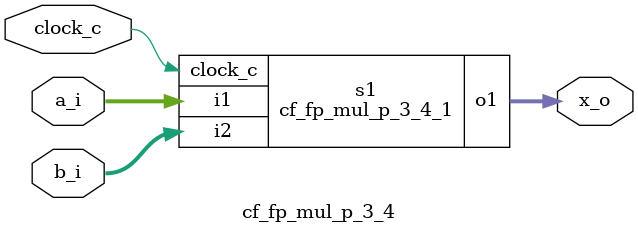
<source format=v>


module cf_fp_mul_p_3_4_21_0 ( i1, o1 );
  input [3:0] i1;
  output o1;


  NOR4_X1 U1 ( .A1(i1[3]), .A2(i1[2]), .A3(i1[1]), .A4(i1[0]), .ZN(o1) );
endmodule


module cf_fp_mul_p_3_4_20_0 ( i1, o1 );
  input [2:0] i1;
  output o1;


  NOR3_X1 U1 ( .A1(i1[0]), .A2(i1[1]), .A3(i1[2]), .ZN(o1) );
endmodule


module cf_fp_mul_p_3_4_19_0 ( i1, o1, o2, o3, o4, o5 );
  input [7:0] i1;
  output o1, o2, o3, o4, o5;
  wire   s21_1, s22_1, n78, n79, n80, n81, n82, n83;

  cf_fp_mul_p_3_4_21_0 s21 ( .i1(i1[3:0]), .o1(s21_1) );
  cf_fp_mul_p_3_4_20_0 s22 ( .i1(i1[6:4]), .o1(s22_1) );
  INV_X1 U1 ( .A(n82), .ZN(n78) );
  CLKBUF_X1 U2 ( .A(s21_1), .Z(n79) );
  INV_X1 U3 ( .A(s22_1), .ZN(n80) );
  NOR2_X1 U4 ( .A1(n80), .A2(s21_1), .ZN(o5) );
  INV_X1 U5 ( .A(n79), .ZN(n81) );
  NOR2_X1 U6 ( .A1(n81), .A2(n80), .ZN(o4) );
  NAND3_X1 U7 ( .A1(i1[4]), .A2(i1[6]), .A3(i1[5]), .ZN(n83) );
  NOR2_X1 U8 ( .A1(n81), .A2(n83), .ZN(o3) );
  NOR3_X1 U9 ( .A1(n79), .A2(n78), .A3(n83), .ZN(o2) );
  INV_X1 U10 ( .A(i1[3]), .ZN(n82) );
  NOR2_X1 U11 ( .A1(n83), .A2(n82), .ZN(o1) );
endmodule


module cf_fp_mul_p_3_4_21_5 ( i1, o1 );
  input [3:0] i1;
  output o1;


  NOR4_X1 U1 ( .A1(i1[0]), .A2(i1[2]), .A3(i1[1]), .A4(i1[3]), .ZN(o1) );
endmodule


module cf_fp_mul_p_3_4_20_1 ( i1, o1 );
  input [2:0] i1;
  output o1;


  NOR3_X1 U1 ( .A1(i1[2]), .A2(i1[1]), .A3(i1[0]), .ZN(o1) );
endmodule


module cf_fp_mul_p_3_4_19_1 ( i1, o1, o2, o3, o4, o5 );
  input [7:0] i1;
  output o1, o2, o3, o4, o5;
  wire   s21_1, s22_1, n58, n59, n60, n61, n62;

  cf_fp_mul_p_3_4_21_5 s21 ( .i1(i1[3:0]), .o1(s21_1) );
  cf_fp_mul_p_3_4_20_1 s22 ( .i1(i1[6:4]), .o1(s22_1) );
  CLKBUF_X1 U1 ( .A(s21_1), .Z(n58) );
  INV_X1 U2 ( .A(s22_1), .ZN(n59) );
  NOR2_X1 U3 ( .A1(s21_1), .A2(n59), .ZN(o5) );
  INV_X1 U4 ( .A(n58), .ZN(n60) );
  NOR2_X1 U5 ( .A1(n60), .A2(n59), .ZN(o4) );
  NAND3_X1 U6 ( .A1(i1[5]), .A2(i1[6]), .A3(i1[4]), .ZN(n62) );
  NOR2_X1 U7 ( .A1(n60), .A2(n62), .ZN(o3) );
  NOR3_X1 U8 ( .A1(n58), .A2(i1[3]), .A3(n62), .ZN(o2) );
  INV_X1 U9 ( .A(i1[3]), .ZN(n61) );
  NOR2_X1 U10 ( .A1(n62), .A2(n61), .ZN(o1) );
endmodule


module cf_fp_mul_p_3_4_18_DW02_mult_0 ( A, B, TC, PRODUCT );
  input [4:0] A;
  input [4:0] B;
  output [9:0] PRODUCT;
  input TC;
  wire   \ab[4][0] , \CARRYB[4][0] , \CARRYB[3][0] , \CARRYB[2][0] ,
         \SUMB[3][1] , n4, n33, n34, n1703, n1704, n1705, n1706, n1707, n1708,
         n1709, n1710, n1711, n1712, n1713, n1714, n1715, n1716, n1717, n1718,
         n1719, n1720, n1721, n1722, n1723, n1724, n1725, n1726, n1727, n1728,
         n1729, n1730, n1731, n1732, n1733, n1734, n1735, n1736, n1737, n1738,
         n1739, n1740, n1741, n1742, n1743, n1744, n1745, n1746, n1747, n1748,
         n1749, n1750, n1751, n1752, n1753, n1754, n1755, n1756, n1757, n1758,
         n1759, n1760, n1761, n1762, n1763, n1764, n1765, n1766, n1767, n1768,
         n1769, n1770, n1771, n1772, n1773, n1774, n1775, n1776, n1777, n1778,
         n1779, n1780, n1781, n1782, n1783, n1784, n1785, n1786, n1787, n1788,
         n1789, n1790, n1791, n1792, n1793, n1794, n1795, n1796, n1797, n1798,
         n1799, n1800, n1801, n1802, n1803, n1804, n1805, n1806, n1807, n1808,
         n1809, n1810, n1811, n1812, n1813, n1814, n1815, n1816, n1817, n1818,
         n1819, n1820, n1821, n1822, n1823, n1824, n1825, n1826, n1827, n1828,
         n1829, n1830, n1831, n1832, n1833, n1834, n1835, n1836, n1837, n1838,
         n1839, n1840, n1841, n1842, n1843, n1844, n1845, n1846, n1847, n1848,
         n1849, n1850, n1851, n1852, n1853, n1854, n1855, n1856, n1857, n1858,
         n1859, n1860, n1861, n1862, n1863, n1864, n1865, n1866, n1867, n1868,
         n1869, n1870, n1871, n1872, n1873, n1874, n1875, n1876, n1877, n1878,
         n1879, n1880, n1881, n1882, n1883, n1884, n1885, n1886, n1887, n1888,
         n1889, n1890, n1891, n1892, n1893, n1894, n1895, n1896, n1897, n1898,
         n1899, n1900, n1901, n1902, n1903, n1904, n1905, n1906, n1907, n1908,
         n1909, n1910, n1911, n1912, n1913, n1914, n1915, n1916, n1917, n1918,
         n1919, n1920, n1921, n1922, n1923, n1924, n1925, n1926, n1927, n1928,
         n1929, n1930, n1931, n1932, n1933, n1934;

  FA_X1 S4_0 ( .A(\CARRYB[3][0] ), .B(\ab[4][0] ), .CI(\SUMB[3][1] ), .CO(
        \CARRYB[4][0] ), .S(PRODUCT[4]) );
  FA_X1 S1_2_0 ( .A(n4), .B(n33), .CI(n34), .CO(\CARRYB[2][0] ), .S(PRODUCT[2]) );
  AND2_X1 U2 ( .A1(n1730), .A2(n1723), .ZN(n1703) );
  AND2_X1 U3 ( .A1(n1780), .A2(A[1]), .ZN(n1704) );
  AND3_X1 U4 ( .A1(n1828), .A2(n1806), .A3(n1713), .ZN(n1729) );
  XNOR2_X1 U5 ( .A(n1826), .B(n1900), .ZN(n1705) );
  INV_X1 U6 ( .A(n1705), .ZN(n1858) );
  XNOR2_X1 U7 ( .A(n1808), .B(n1886), .ZN(PRODUCT[5]) );
  AND3_X1 U8 ( .A1(n1706), .A2(n1812), .A3(n1727), .ZN(n1740) );
  NAND2_X1 U9 ( .A1(n1755), .A2(n1704), .ZN(n1706) );
  OR2_X1 U10 ( .A1(B[4]), .A2(n1809), .ZN(n1800) );
  OR2_X1 U11 ( .A1(n1792), .A2(n1716), .ZN(n1731) );
  CLKBUF_X1 U12 ( .A(B[4]), .Z(n1739) );
  CLKBUF_X1 U13 ( .A(B[3]), .Z(n1711) );
  CLKBUF_X1 U14 ( .A(B[2]), .Z(n1707) );
  CLKBUF_X1 U15 ( .A(A[3]), .Z(n1708) );
  CLKBUF_X1 U16 ( .A(n1708), .Z(n1709) );
  CLKBUF_X1 U17 ( .A(A[4]), .Z(n1710) );
  XNOR2_X1 U18 ( .A(n1763), .B(n1790), .ZN(n1926) );
  CLKBUF_X1 U19 ( .A(B[4]), .Z(n1755) );
  BUF_X1 U20 ( .A(A[2]), .Z(n1712) );
  INV_X1 U21 ( .A(n1927), .ZN(n1713) );
  OR2_X1 U22 ( .A1(n1809), .A2(n1755), .ZN(n1815) );
  CLKBUF_X1 U23 ( .A(n1830), .Z(n1714) );
  CLKBUF_X1 U24 ( .A(n1852), .Z(n1715) );
  INV_X1 U25 ( .A(n1769), .ZN(n1716) );
  INV_X1 U26 ( .A(n1716), .ZN(n1717) );
  AND2_X1 U27 ( .A1(A[3]), .A2(n1711), .ZN(n1900) );
  INV_X1 U28 ( .A(n1900), .ZN(n1718) );
  BUF_X1 U29 ( .A(n1910), .Z(n1719) );
  BUF_X1 U30 ( .A(n1910), .Z(n1756) );
  NAND2_X1 U31 ( .A1(n1866), .A2(n1897), .ZN(n1895) );
  INV_X1 U32 ( .A(n1729), .ZN(n1866) );
  NAND2_X1 U33 ( .A1(n1834), .A2(n1830), .ZN(n1720) );
  CLKBUF_X1 U34 ( .A(n1875), .Z(n1721) );
  AND2_X1 U35 ( .A1(n1731), .A2(n1816), .ZN(n1722) );
  CLKBUF_X1 U36 ( .A(A[4]), .Z(n1723) );
  CLKBUF_X1 U37 ( .A(n1793), .Z(n1724) );
  CLKBUF_X1 U38 ( .A(B[4]), .Z(n1754) );
  XNOR2_X1 U39 ( .A(n1725), .B(n1934), .ZN(\SUMB[3][1] ) );
  XNOR2_X1 U40 ( .A(n1931), .B(n1932), .ZN(n1725) );
  AND3_X1 U41 ( .A1(n1758), .A2(n1804), .A3(n1803), .ZN(n1726) );
  NOR2_X1 U42 ( .A1(A[4]), .A2(n1814), .ZN(n1727) );
  XNOR2_X1 U43 ( .A(n1705), .B(n1728), .ZN(n1869) );
  NOR2_X1 U44 ( .A1(n1833), .A2(n1737), .ZN(n1728) );
  AND2_X1 U45 ( .A1(n1800), .A2(n1708), .ZN(n1730) );
  OR2_X1 U46 ( .A1(n1833), .A2(n1737), .ZN(n1732) );
  INV_X1 U47 ( .A(n1809), .ZN(n1733) );
  NAND2_X1 U48 ( .A1(n1710), .A2(n1734), .ZN(n1811) );
  NOR2_X1 U49 ( .A1(n1739), .A2(n1733), .ZN(n1734) );
  BUF_X1 U50 ( .A(n1927), .Z(n1735) );
  XNOR2_X1 U51 ( .A(n1877), .B(n1736), .ZN(n1857) );
  NAND2_X1 U52 ( .A1(A[4]), .A2(n1711), .ZN(n1736) );
  AND3_X1 U53 ( .A1(n1885), .A2(n1719), .A3(n1898), .ZN(n1894) );
  NAND2_X1 U54 ( .A1(n1738), .A2(n1720), .ZN(n1737) );
  OAI21_X1 U55 ( .B1(n1843), .B2(n1842), .A(n1740), .ZN(n1738) );
  XNOR2_X1 U56 ( .A(n1741), .B(n1930), .ZN(n1785) );
  NAND2_X1 U57 ( .A1(n1783), .A2(n1745), .ZN(n1741) );
  INV_X1 U58 ( .A(n1883), .ZN(n1742) );
  AND3_X1 U59 ( .A1(n1890), .A2(n1835), .A3(n1891), .ZN(n1743) );
  AND3_X1 U60 ( .A1(n1742), .A2(n1835), .A3(n1891), .ZN(n1744) );
  NAND2_X1 U61 ( .A1(n1792), .A2(n1715), .ZN(n1745) );
  XNOR2_X1 U62 ( .A(n1827), .B(n1858), .ZN(n1897) );
  NAND2_X1 U63 ( .A1(n1722), .A2(n1703), .ZN(n1823) );
  AND2_X1 U64 ( .A1(n1873), .A2(\CARRYB[4][0] ), .ZN(n1746) );
  NOR2_X1 U65 ( .A1(n1744), .A2(n1746), .ZN(n1874) );
  XNOR2_X1 U66 ( .A(n1781), .B(n1841), .ZN(n1867) );
  OAI222_X1 U67 ( .A1(n1747), .A2(n1889), .B1(n1888), .B2(n1887), .C1(n1886), 
        .C2(n1726), .ZN(n1908) );
  NAND2_X1 U68 ( .A1(n1731), .A2(n1815), .ZN(n1776) );
  OR2_X1 U69 ( .A1(n1729), .A2(n1867), .ZN(n1891) );
  AOI211_X1 U70 ( .C1(n1729), .C2(n1898), .A(n1756), .B(n1896), .ZN(n1905) );
  OR2_X1 U71 ( .A1(n1883), .A2(n1756), .ZN(n1888) );
  AOI21_X1 U72 ( .B1(n1882), .B2(n1896), .A(n1756), .ZN(n1889) );
  INV_X1 U73 ( .A(\CARRYB[4][0] ), .ZN(n1886) );
  AND3_X1 U74 ( .A1(n1719), .A2(n1898), .A3(n1884), .ZN(n1747) );
  AND2_X1 U75 ( .A1(n1931), .A2(n1796), .ZN(n1748) );
  AND2_X1 U76 ( .A1(n1721), .A2(n1751), .ZN(n1749) );
  INV_X1 U77 ( .A(n1749), .ZN(n1878) );
  XNOR2_X1 U78 ( .A(n1789), .B(n1787), .ZN(n1763) );
  NAND2_X1 U79 ( .A1(n1844), .A2(n1851), .ZN(n1772) );
  NAND2_X1 U80 ( .A1(n1810), .A2(n1811), .ZN(n1834) );
  INV_X1 U81 ( .A(n1852), .ZN(n1809) );
  XNOR2_X1 U82 ( .A(n1857), .B(n1901), .ZN(n1860) );
  AND2_X1 U83 ( .A1(A[0]), .A2(A[1]), .ZN(n1750) );
  INV_X1 U84 ( .A(A[2]), .ZN(n1769) );
  NAND2_X1 U85 ( .A1(n1709), .A2(n1816), .ZN(n1777) );
  AND2_X1 U86 ( .A1(n1711), .A2(n1855), .ZN(n1751) );
  AND2_X1 U87 ( .A1(A[2]), .A2(B[3]), .ZN(n1752) );
  NAND2_X1 U88 ( .A1(n1709), .A2(n1773), .ZN(n1770) );
  AND2_X1 U89 ( .A1(B[0]), .A2(n1709), .ZN(n1753) );
  NOR3_X1 U90 ( .A1(n1914), .A2(n1912), .A3(n1902), .ZN(n1903) );
  NAND2_X1 U91 ( .A1(n1867), .A2(n1835), .ZN(n1836) );
  INV_X1 U92 ( .A(n1909), .ZN(PRODUCT[8]) );
  NAND2_X1 U93 ( .A1(n1774), .A2(n1773), .ZN(n1775) );
  XNOR2_X1 U94 ( .A(n1874), .B(n1757), .ZN(PRODUCT[7]) );
  AND2_X1 U95 ( .A1(n1912), .A2(n1911), .ZN(n1757) );
  INV_X1 U96 ( .A(n1867), .ZN(n1758) );
  INV_X1 U97 ( .A(n1895), .ZN(n1837) );
  INV_X1 U98 ( .A(n1745), .ZN(n1774) );
  XNOR2_X1 U99 ( .A(n1732), .B(n1858), .ZN(n1883) );
  NAND2_X1 U100 ( .A1(n1899), .A2(n1898), .ZN(n1904) );
  XNOR2_X1 U101 ( .A(n1840), .B(n1839), .ZN(PRODUCT[6]) );
  AOI21_X1 U102 ( .B1(n1837), .B2(n1836), .A(n1743), .ZN(n1840) );
  OAI21_X1 U103 ( .B1(n1776), .B2(n1777), .A(n1775), .ZN(n1778) );
  NOR2_X1 U104 ( .A1(n1778), .A2(n1779), .ZN(n1781) );
  OAI22_X1 U105 ( .A1(n1892), .A2(n1891), .B1(n1742), .B2(n1892), .ZN(n1907)
         );
  NAND2_X1 U106 ( .A1(n1884), .A2(n1891), .ZN(n1887) );
  OAI211_X1 U107 ( .C1(n1908), .C2(n1907), .A(n1916), .B(n1906), .ZN(n1909) );
  AOI21_X1 U108 ( .B1(n1904), .B2(n1905), .A(n1903), .ZN(n1906) );
  INV_X1 U109 ( .A(n1897), .ZN(n1899) );
  NAND4_X1 U110 ( .A1(n1739), .A2(n1816), .A3(n1712), .A4(n1723), .ZN(n1810)
         );
  NAND2_X1 U111 ( .A1(B[0]), .A2(A[0]), .ZN(n1919) );
  INV_X1 U112 ( .A(n1919), .ZN(PRODUCT[0]) );
  INV_X1 U113 ( .A(A[0]), .ZN(n1782) );
  INV_X1 U114 ( .A(B[1]), .ZN(n1759) );
  NOR2_X1 U115 ( .A1(n1782), .A2(n1759), .ZN(n1761) );
  INV_X1 U116 ( .A(A[1]), .ZN(n1854) );
  INV_X1 U117 ( .A(B[0]), .ZN(n1928) );
  NOR2_X1 U118 ( .A1(n1854), .A2(n1928), .ZN(n1760) );
  XOR2_X1 U119 ( .A(n1761), .B(n1760), .Z(PRODUCT[1]) );
  NAND2_X1 U120 ( .A1(B[2]), .A2(A[0]), .ZN(n1767) );
  INV_X1 U121 ( .A(n1767), .ZN(n1922) );
  NAND2_X1 U122 ( .A1(B[1]), .A2(A[1]), .ZN(n1920) );
  INV_X1 U123 ( .A(n1920), .ZN(n1921) );
  NAND2_X1 U124 ( .A1(n1922), .A2(n1921), .ZN(n1789) );
  NAND2_X1 U125 ( .A1(A[2]), .A2(B[1]), .ZN(n1787) );
  NAND2_X1 U126 ( .A1(A[0]), .A2(B[3]), .ZN(n1762) );
  NAND2_X1 U127 ( .A1(B[2]), .A2(A[1]), .ZN(n1765) );
  NAND2_X1 U128 ( .A1(n1762), .A2(n1765), .ZN(n1786) );
  OAI21_X1 U129 ( .B1(n1762), .B2(n1765), .A(n1786), .ZN(n1790) );
  INV_X1 U130 ( .A(n1926), .ZN(n1923) );
  XOR2_X1 U131 ( .A(\CARRYB[2][0] ), .B(n1923), .Z(n1764) );
  XOR2_X1 U132 ( .A(n1753), .B(n1764), .Z(PRODUCT[3]) );
  INV_X1 U133 ( .A(n1765), .ZN(n1766) );
  NAND3_X1 U134 ( .A1(n1766), .A2(n1712), .A3(n1711), .ZN(n1768) );
  NAND2_X1 U135 ( .A1(n1768), .A2(n1767), .ZN(n1816) );
  INV_X1 U136 ( .A(n1816), .ZN(n1844) );
  INV_X1 U137 ( .A(n1708), .ZN(n1851) );
  NAND2_X1 U138 ( .A1(n1708), .A2(n1707), .ZN(n1773) );
  NAND3_X1 U139 ( .A1(n1754), .A2(n1717), .A3(n1773), .ZN(n1771) );
  NAND3_X1 U140 ( .A1(n1771), .A2(n1772), .A3(n1770), .ZN(n1779) );
  NAND2_X1 U141 ( .A1(B[3]), .A2(A[1]), .ZN(n1852) );
  INV_X1 U142 ( .A(B[4]), .ZN(n1792) );
  OAI21_X1 U143 ( .B1(A[0]), .B2(n1854), .A(n1752), .ZN(n1813) );
  NAND2_X1 U144 ( .A1(n1792), .A2(n1752), .ZN(n1812) );
  OAI21_X1 U145 ( .B1(n1712), .B2(A[0]), .A(n1711), .ZN(n1780) );
  INV_X1 U146 ( .A(n1830), .ZN(n1841) );
  NAND2_X1 U147 ( .A1(n1852), .A2(n1782), .ZN(n1799) );
  INV_X1 U148 ( .A(n1799), .ZN(n1794) );
  NAND2_X1 U149 ( .A1(n1750), .A2(B[3]), .ZN(n1825) );
  INV_X1 U150 ( .A(n1825), .ZN(n1793) );
  OAI21_X1 U151 ( .B1(n1794), .B2(n1724), .A(n1739), .ZN(n1783) );
  NAND3_X1 U152 ( .A1(n1711), .A2(n1750), .A3(A[2]), .ZN(n1784) );
  OAI211_X1 U153 ( .C1(n1793), .C2(A[2]), .A(B[2]), .B(n1784), .ZN(n1930) );
  INV_X1 U154 ( .A(n1930), .ZN(n1801) );
  NAND2_X1 U155 ( .A1(A[3]), .A2(B[1]), .ZN(n1797) );
  NAND2_X1 U156 ( .A1(n1785), .A2(n1797), .ZN(n1828) );
  INV_X1 U157 ( .A(A[4]), .ZN(n1927) );
  INV_X1 U158 ( .A(n1786), .ZN(n1788) );
  OAI22_X1 U159 ( .A1(n1790), .A2(n1789), .B1(n1788), .B2(n1787), .ZN(n1791)
         );
  INV_X1 U160 ( .A(n1791), .ZN(n1931) );
  NAND2_X1 U161 ( .A1(n1754), .A2(n1724), .ZN(n1798) );
  NOR3_X1 U162 ( .A1(n1794), .A2(n1801), .A3(n1797), .ZN(n1795) );
  NAND3_X1 U163 ( .A1(n1795), .A2(n1798), .A3(n1815), .ZN(n1796) );
  INV_X1 U164 ( .A(n1797), .ZN(n1929) );
  NAND3_X1 U165 ( .A1(n1815), .A2(n1799), .A3(n1798), .ZN(n1933) );
  NAND3_X1 U166 ( .A1(n1933), .A2(n1801), .A3(n1929), .ZN(n1805) );
  NAND2_X1 U167 ( .A1(n1748), .A2(n1805), .ZN(n1806) );
  NAND3_X1 U168 ( .A1(n1828), .A2(n1735), .A3(n1806), .ZN(n1804) );
  NAND2_X1 U169 ( .A1(n1710), .A2(B[1]), .ZN(n1879) );
  INV_X1 U170 ( .A(n1879), .ZN(n1865) );
  INV_X1 U171 ( .A(n1828), .ZN(n1802) );
  INV_X1 U172 ( .A(n1829), .ZN(n1880) );
  AOI22_X1 U173 ( .A1(n1865), .A2(n1802), .B1(n1880), .B2(n1865), .ZN(n1803)
         );
  NAND3_X1 U174 ( .A1(n1758), .A2(n1804), .A3(n1803), .ZN(n1885) );
  NAND2_X1 U175 ( .A1(n1748), .A2(n1805), .ZN(n1829) );
  NAND2_X1 U176 ( .A1(n1828), .A2(n1829), .ZN(n1871) );
  NAND2_X1 U177 ( .A1(n1871), .A2(n1879), .ZN(n1835) );
  NAND3_X1 U178 ( .A1(n1866), .A2(n1867), .A3(n1835), .ZN(n1838) );
  INV_X1 U179 ( .A(n1838), .ZN(n1807) );
  NOR2_X1 U180 ( .A1(n1807), .A2(n1726), .ZN(n1808) );
  INV_X1 U181 ( .A(n1834), .ZN(n1824) );
  NAND2_X1 U182 ( .A1(n1708), .A2(n1800), .ZN(n1843) );
  NAND2_X1 U183 ( .A1(n1731), .A2(n1816), .ZN(n1842) );
  NAND2_X1 U184 ( .A1(n1710), .A2(n1709), .ZN(n1832) );
  INV_X1 U185 ( .A(n1832), .ZN(n1821) );
  NAND3_X1 U186 ( .A1(n1706), .A2(n1812), .A3(n1813), .ZN(n1830) );
  INV_X1 U187 ( .A(n1813), .ZN(n1814) );
  OAI21_X1 U188 ( .B1(n1842), .B2(n1843), .A(n1740), .ZN(n1868) );
  INV_X1 U189 ( .A(n1868), .ZN(n1820) );
  NAND3_X1 U190 ( .A1(n1712), .A2(n1816), .A3(n1745), .ZN(n1818) );
  OAI21_X1 U191 ( .B1(A[4]), .B2(n1708), .A(n1707), .ZN(n1817) );
  NAND2_X1 U192 ( .A1(n1818), .A2(n1817), .ZN(n1831) );
  INV_X1 U193 ( .A(n1831), .ZN(n1819) );
  AOI211_X1 U194 ( .C1(n1714), .C2(n1821), .A(n1819), .B(n1820), .ZN(n1822) );
  OAI211_X1 U195 ( .C1(n1824), .C2(n1841), .A(n1823), .B(n1822), .ZN(n1827) );
  NAND2_X1 U196 ( .A1(n1825), .A2(n1717), .ZN(n1856) );
  NAND2_X1 U197 ( .A1(n1754), .A2(n1856), .ZN(n1848) );
  INV_X1 U198 ( .A(n1848), .ZN(n1875) );
  NAND2_X1 U199 ( .A1(n1809), .A2(n1712), .ZN(n1846) );
  NAND2_X1 U200 ( .A1(n1875), .A2(n1846), .ZN(n1826) );
  INV_X1 U201 ( .A(n1718), .ZN(n1876) );
  OAI211_X1 U202 ( .C1(n1841), .C2(n1832), .A(n1823), .B(n1831), .ZN(n1833) );
  INV_X1 U203 ( .A(n1883), .ZN(n1890) );
  NAND3_X1 U204 ( .A1(n1885), .A2(n1838), .A3(\CARRYB[4][0] ), .ZN(n1839) );
  OAI222_X1 U205 ( .A1(n1841), .A2(n1844), .B1(n1843), .B2(n1842), .C1(n1841), 
        .C2(n1851), .ZN(n1845) );
  NAND2_X1 U206 ( .A1(n1707), .A2(n1845), .ZN(n1864) );
  INV_X1 U207 ( .A(n1846), .ZN(n1847) );
  AOI21_X1 U208 ( .B1(n1848), .B2(n1718), .A(n1847), .ZN(n1849) );
  NAND3_X1 U209 ( .A1(n1713), .A2(n1707), .A3(n1849), .ZN(n1863) );
  INV_X1 U210 ( .A(n1707), .ZN(n1850) );
  AOI211_X1 U211 ( .C1(n1715), .C2(n1851), .A(n1927), .B(n1850), .ZN(n1853) );
  NAND2_X1 U212 ( .A1(n1714), .A2(n1853), .ZN(n1859) );
  NAND2_X1 U213 ( .A1(n1754), .A2(n1709), .ZN(n1877) );
  OAI21_X1 U214 ( .B1(n1854), .B2(n1717), .A(n1718), .ZN(n1855) );
  NAND3_X1 U215 ( .A1(n1739), .A2(n1856), .A3(n1751), .ZN(n1901) );
  NAND3_X1 U216 ( .A1(n1860), .A2(n1859), .A3(n1863), .ZN(n1898) );
  INV_X1 U217 ( .A(n1898), .ZN(n1893) );
  OAI21_X1 U218 ( .B1(n1864), .B2(n1858), .A(n1893), .ZN(n1911) );
  INV_X1 U219 ( .A(n1859), .ZN(n1862) );
  INV_X1 U220 ( .A(n1860), .ZN(n1861) );
  OAI21_X1 U221 ( .B1(n1862), .B2(n1705), .A(n1861), .ZN(n1881) );
  INV_X1 U222 ( .A(n1881), .ZN(n1896) );
  NAND2_X1 U223 ( .A1(n1864), .A2(n1863), .ZN(n1882) );
  NAND2_X1 U224 ( .A1(n1882), .A2(n1896), .ZN(n1912) );
  NOR2_X1 U225 ( .A1(n1865), .A2(n1867), .ZN(n1872) );
  NAND2_X1 U226 ( .A1(n1729), .A2(n1867), .ZN(n1870) );
  AOI22_X1 U227 ( .A1(n1872), .A2(n1871), .B1(n1870), .B2(n1869), .ZN(n1873)
         );
  NAND2_X1 U228 ( .A1(n1739), .A2(n1710), .ZN(n1902) );
  INV_X1 U229 ( .A(n1902), .ZN(n1913) );
  OAI33_X1 U230 ( .A1(n1878), .A2(n1913), .A3(n1877), .B1(n1902), .B2(n1876), 
        .B3(n1749), .ZN(n1910) );
  NAND2_X1 U231 ( .A1(n1879), .A2(n1880), .ZN(n1884) );
  INV_X1 U232 ( .A(n1719), .ZN(n1892) );
  NAND3_X1 U233 ( .A1(n1894), .A2(n1895), .A3(\CARRYB[4][0] ), .ZN(n1916) );
  NAND2_X1 U234 ( .A1(n1901), .A2(n1718), .ZN(n1914) );
  NAND3_X1 U235 ( .A1(n1743), .A2(n1756), .A3(n1911), .ZN(n1918) );
  INV_X1 U236 ( .A(n1912), .ZN(n1915) );
  OAI21_X1 U237 ( .B1(n1915), .B2(n1914), .A(n1913), .ZN(n1917) );
  NAND3_X1 U238 ( .A1(n1916), .A2(n1918), .A3(n1917), .ZN(PRODUCT[9]) );
  NOR2_X1 U239 ( .A1(n1769), .A2(n1928), .ZN(n4) );
  NOR2_X1 U240 ( .A1(n1920), .A2(n1919), .ZN(n33) );
  XOR2_X1 U241 ( .A(n1922), .B(n1921), .Z(n34) );
  INV_X1 U242 ( .A(\CARRYB[2][0] ), .ZN(n1925) );
  OAI21_X1 U243 ( .B1(\CARRYB[2][0] ), .B2(n1923), .A(n1753), .ZN(n1924) );
  OAI21_X1 U244 ( .B1(n1925), .B2(n1926), .A(n1924), .ZN(\CARRYB[3][0] ) );
  NOR2_X1 U245 ( .A1(n1928), .A2(n1735), .ZN(\ab[4][0] ) );
  XOR2_X1 U246 ( .A(n1930), .B(n1929), .Z(n1932) );
  INV_X1 U247 ( .A(n1933), .ZN(n1934) );
endmodule


module cf_fp_mul_p_3_4_18 ( i1, i2, o1, o2, o3, o4, o5, o6, o7 );
  input [7:0] i1;
  input [7:0] i2;
  output [3:0] o6;
  output [9:0] o7;
  output o1, o2, o3, o4, o5;
  wire   s29_2, s29_1, s28_2, s28_1, s29_3, s28_4, s29_4, s28_3, s29_5, s28_5,
         n334, n335, n336, n337, n338, n339, n340, n341, n342, n343, n344,
         n345, n346, n347, n348, n349, n350, n351, n352, n353, n354, n355,
         n356, n357, n358, n359, n360, n361, n362, n363, n364, n365;

  XOR2_X1 U31 ( .A(i2[7]), .B(i1[7]), .Z(o5) );
  cf_fp_mul_p_3_4_19_0 s28 ( .i1(i2), .o1(s28_1), .o2(s28_2), .o3(s28_3), .o4(
        s28_4), .o5(s28_5) );
  cf_fp_mul_p_3_4_19_1 s29 ( .i1(i1), .o1(s29_1), .o2(s29_2), .o3(s29_3), .o4(
        s29_4), .o5(s29_5) );
  cf_fp_mul_p_3_4_18_DW02_mult_0 mult_1018 ( .A({n365, i1[3:0]}), .B({n364, 
        i2[3:2], n338, n337}), .TC(1'b0), .PRODUCT(o7) );
  INV_X1 U3 ( .A(s29_5), .ZN(n365) );
  INV_X1 U4 ( .A(n348), .ZN(n334) );
  INV_X1 U5 ( .A(n340), .ZN(n335) );
  INV_X1 U6 ( .A(n349), .ZN(n336) );
  CLKBUF_X1 U7 ( .A(i2[0]), .Z(n337) );
  BUF_X1 U8 ( .A(i2[1]), .Z(n338) );
  XNOR2_X1 U9 ( .A(n353), .B(n359), .ZN(o6[3]) );
  AND2_X1 U10 ( .A1(n351), .A2(n353), .ZN(n358) );
  INV_X1 U11 ( .A(s28_5), .ZN(n364) );
  INV_X1 U12 ( .A(i1[4]), .ZN(n340) );
  XOR2_X1 U13 ( .A(n340), .B(i2[4]), .Z(o6[0]) );
  INV_X1 U14 ( .A(i2[4]), .ZN(n350) );
  XOR2_X1 U15 ( .A(n350), .B(n336), .Z(n346) );
  INV_X1 U16 ( .A(n346), .ZN(n344) );
  NAND3_X1 U17 ( .A1(i1[5]), .A2(n335), .A3(n350), .ZN(n345) );
  INV_X1 U18 ( .A(n345), .ZN(n342) );
  INV_X1 U19 ( .A(i1[5]), .ZN(n339) );
  OAI21_X1 U20 ( .B1(i2[4]), .B2(n340), .A(n339), .ZN(n341) );
  INV_X1 U21 ( .A(n341), .ZN(n347) );
  NOR2_X1 U22 ( .A1(n342), .A2(n347), .ZN(n343) );
  XOR2_X1 U23 ( .A(n344), .B(n343), .Z(o6[1]) );
  OAI21_X1 U24 ( .B1(n346), .B2(n347), .A(n345), .ZN(n354) );
  INV_X1 U25 ( .A(n354), .ZN(n356) );
  NAND3_X1 U26 ( .A1(n336), .A2(i2[4]), .A3(n334), .ZN(n351) );
  INV_X1 U27 ( .A(i2[5]), .ZN(n349) );
  INV_X1 U28 ( .A(i2[6]), .ZN(n348) );
  OAI21_X1 U29 ( .B1(n350), .B2(n349), .A(n348), .ZN(n353) );
  XOR2_X1 U30 ( .A(i1[6]), .B(n358), .Z(n352) );
  XOR2_X1 U32 ( .A(n356), .B(n352), .Z(o6[2]) );
  NAND2_X1 U33 ( .A1(i1[6]), .A2(n354), .ZN(n357) );
  INV_X1 U34 ( .A(i1[6]), .ZN(n355) );
  AOI22_X1 U35 ( .A1(n358), .A2(n357), .B1(n356), .B2(n355), .ZN(n359) );
  INV_X1 U36 ( .A(s29_4), .ZN(n363) );
  INV_X1 U37 ( .A(s28_4), .ZN(n361) );
  NAND2_X1 U38 ( .A1(n363), .A2(n361), .ZN(o4) );
  INV_X1 U39 ( .A(s29_3), .ZN(n360) );
  INV_X1 U40 ( .A(s28_3), .ZN(n362) );
  NAND2_X1 U41 ( .A1(n360), .A2(n362), .ZN(o3) );
  OAI22_X1 U42 ( .A1(n363), .A2(n362), .B1(n361), .B2(n360), .ZN(o2) );
  OR4_X1 U43 ( .A1(s28_2), .A2(s28_1), .A3(s29_2), .A4(s29_1), .ZN(o1) );
endmodule


module cf_fp_mul_p_3_4_17 ( i1, i2, i3, i4, o1 );
  input [3:0] i1;
  input [2:0] i2;
  input [2:0] i3;
  input [2:0] i4;
  output [2:0] o1;
  wire   n180, n181, n182, n183, n184, n185, n186, n187, n188, n189, n190,
         n191, n192, n193;

  CLKBUF_X1 U1 ( .A(i1[1]), .Z(n180) );
  CLKBUF_X1 U2 ( .A(n184), .Z(n181) );
  NAND4_X1 U3 ( .A1(n189), .A2(i3[0]), .A3(i1[0]), .A4(n184), .ZN(n187) );
  INV_X1 U4 ( .A(i1[3]), .ZN(n184) );
  OAI211_X1 U5 ( .C1(n187), .C2(n180), .A(n186), .B(n185), .ZN(o1[0]) );
  AND3_X1 U6 ( .A1(n180), .A2(n189), .A3(n181), .ZN(n182) );
  NAND2_X1 U7 ( .A1(i2[0]), .A2(n192), .ZN(n186) );
  AND4_X1 U8 ( .A1(i1[0]), .A2(n189), .A3(n188), .A4(n181), .ZN(n183) );
  NAND2_X1 U9 ( .A1(i4[0]), .A2(n182), .ZN(n185) );
  INV_X1 U10 ( .A(i1[2]), .ZN(n189) );
  OAI211_X1 U11 ( .C1(i1[0]), .C2(n180), .A(n189), .B(n181), .ZN(n192) );
  INV_X1 U12 ( .A(n180), .ZN(n188) );
  AOI22_X1 U13 ( .A1(i2[1]), .A2(n192), .B1(i3[1]), .B2(n183), .ZN(n191) );
  NAND4_X1 U14 ( .A1(n180), .A2(i4[1]), .A3(n184), .A4(n189), .ZN(n190) );
  NAND2_X1 U15 ( .A1(n191), .A2(n190), .ZN(o1[1]) );
  AOI222_X1 U16 ( .A1(i2[2]), .A2(n192), .B1(i4[2]), .B2(n182), .C1(i3[2]), 
        .C2(n183), .ZN(n193) );
  INV_X1 U17 ( .A(n193), .ZN(o1[2]) );
endmodule


module cf_fp_mul_p_3_4_16 ( i1, i2, i3, i4, i5, o1 );
  input [3:0] i1;
  input [2:0] i2;
  input [2:0] i3;
  input [2:0] i4;
  input [2:0] i5;
  output [2:0] o1;
  wire   n85, n86, n87;
  wire   [2:0] s10_1;

  cf_fp_mul_p_3_4_17 s10 ( .i1(i1), .i2(i2), .i3(i3), .i4(i4), .o1(s10_1) );
  INV_X1 U1 ( .A(i1[3]), .ZN(n85) );
  OAI211_X1 U2 ( .C1(i1[1]), .C2(i1[0]), .A(i1[2]), .B(n85), .ZN(n86) );
  INV_X1 U3 ( .A(n86), .ZN(n87) );
  MUX2_X1 U4 ( .A(s10_1[0]), .B(i5[0]), .S(n87), .Z(o1[0]) );
  MUX2_X1 U5 ( .A(s10_1[1]), .B(i5[1]), .S(n87), .Z(o1[1]) );
  MUX2_X1 U6 ( .A(s10_1[2]), .B(i5[2]), .S(n87), .Z(o1[2]) );
endmodule


module cf_fp_mul_p_3_4_15 ( i1, i2, i3, i4, i5, i6, o1 );
  input [3:0] i1;
  input [2:0] i2;
  input [2:0] i3;
  input [2:0] i4;
  input [2:0] i5;
  input [2:0] i6;
  output [2:0] o1;
  wire   n163, n164, n165, n166, n167, n168, n169, n170, n171, n172, n173,
         n174, n175, n176, n177, n178, n179, n180;
  wire   [2:0] s10_1;

  cf_fp_mul_p_3_4_16 s10 ( .i1(i1), .i2(i2), .i3(i3), .i4(i4), .i5(i5), .o1(
        s10_1) );
  OR2_X1 U1 ( .A1(n173), .A2(n179), .ZN(n163) );
  NAND2_X1 U2 ( .A1(n172), .A2(n163), .ZN(o1[0]) );
  AND2_X1 U3 ( .A1(n169), .A2(n166), .ZN(n164) );
  AOI22_X1 U4 ( .A1(i6[0]), .A2(n177), .B1(i5[0]), .B2(n164), .ZN(n173) );
  NAND2_X1 U5 ( .A1(s10_1[0]), .A2(n171), .ZN(n172) );
  NAND2_X1 U6 ( .A1(i1[2]), .A2(n174), .ZN(n171) );
  NAND2_X1 U7 ( .A1(i1[3]), .A2(i1[1]), .ZN(n169) );
  INV_X1 U8 ( .A(n169), .ZN(n177) );
  INV_X1 U9 ( .A(i1[0]), .ZN(n166) );
  INV_X1 U10 ( .A(i1[3]), .ZN(n168) );
  XOR2_X1 U11 ( .A(n168), .B(i1[1]), .Z(n165) );
  NAND2_X1 U12 ( .A1(i1[2]), .A2(n165), .ZN(n179) );
  INV_X1 U13 ( .A(i1[1]), .ZN(n167) );
  NAND3_X1 U14 ( .A1(n168), .A2(n167), .A3(n166), .ZN(n170) );
  NAND2_X1 U15 ( .A1(n170), .A2(n169), .ZN(n174) );
  AOI22_X1 U16 ( .A1(i5[1]), .A2(n164), .B1(i6[1]), .B2(n177), .ZN(n176) );
  NAND2_X1 U17 ( .A1(n171), .A2(s10_1[1]), .ZN(n175) );
  OAI21_X1 U18 ( .B1(n176), .B2(n179), .A(n175), .ZN(o1[1]) );
  AOI22_X1 U19 ( .A1(i5[2]), .A2(n164), .B1(i6[2]), .B2(n177), .ZN(n180) );
  NAND2_X1 U20 ( .A1(s10_1[2]), .A2(n171), .ZN(n178) );
  OAI21_X1 U21 ( .B1(n180), .B2(n179), .A(n178), .ZN(o1[2]) );
endmodule


module cf_fp_mul_p_3_4_14 ( i1, i2, i3, i4, i5, i6, o1 );
  input [3:0] i1;
  input [2:0] i2;
  input [2:0] i3;
  input [2:0] i4;
  input [2:0] i5;
  input [2:0] i6;
  output [2:0] o1;
  wire   n114, n115, n116, n117, n118, n119, n120;
  wire   [2:0] s10_1;

  cf_fp_mul_p_3_4_15 s10 ( .i1(i1), .i2(i2), .i3(i3), .i4(i4), .i5(i5), .i6(i6), .o1(s10_1) );
  INV_X1 U1 ( .A(i1[1]), .ZN(n115) );
  INV_X1 U2 ( .A(i1[0]), .ZN(n114) );
  NOR2_X1 U3 ( .A1(n115), .A2(n114), .ZN(n116) );
  MUX2_X1 U4 ( .A(n116), .B(n115), .S(i1[2]), .Z(n117) );
  NAND2_X1 U5 ( .A1(i1[3]), .A2(n117), .ZN(n118) );
  INV_X1 U6 ( .A(n118), .ZN(n120) );
  MUX2_X1 U7 ( .A(s10_1[0]), .B(i6[0]), .S(n120), .Z(o1[0]) );
  AOI22_X1 U8 ( .A1(s10_1[1]), .A2(n118), .B1(i6[1]), .B2(n120), .ZN(n119) );
  INV_X1 U9 ( .A(n119), .ZN(o1[1]) );
  MUX2_X1 U10 ( .A(s10_1[2]), .B(i6[2]), .S(n120), .Z(o1[2]) );
endmodule


module cf_fp_mul_p_3_4_13 ( i1, i2, i3, i4, i5, i6, o1 );
  input [3:0] i1;
  input [2:0] i2;
  input [2:0] i3;
  input [2:0] i4;
  input [2:0] i5;
  input [2:0] i6;
  output [2:0] o1;
  wire   n100, n101, n102, n103, n104;
  wire   [2:0] s10_1;

  cf_fp_mul_p_3_4_14 s10 ( .i1(i1), .i2(i2), .i3(i3), .i4(i4), .i5(i5), .i6(i6), .o1(s10_1) );
  INV_X1 U1 ( .A(i1[1]), .ZN(n102) );
  INV_X1 U2 ( .A(i1[0]), .ZN(n101) );
  INV_X1 U3 ( .A(i1[2]), .ZN(n100) );
  OAI211_X1 U4 ( .C1(n102), .C2(n101), .A(i1[3]), .B(n100), .ZN(n103) );
  INV_X1 U5 ( .A(n103), .ZN(n104) );
  MUX2_X1 U6 ( .A(s10_1[0]), .B(i6[0]), .S(n104), .Z(o1[0]) );
  MUX2_X1 U7 ( .A(s10_1[1]), .B(i6[1]), .S(n104), .Z(o1[1]) );
  MUX2_X1 U8 ( .A(s10_1[2]), .B(i6[2]), .S(n104), .Z(o1[2]) );
endmodule


module cf_fp_mul_p_3_4_12 ( i1, i2, i3, i4, i5, i6, o1 );
  input [6:0] i1;
  input [6:0] i2;
  input [2:0] i3;
  input [6:0] i4;
  input [6:0] i5;
  input [6:0] i6;
  output [6:0] o1;
  wire   n349, n350, n351, n352, n353, n354, n355, n356, n357, n358, n359,
         n360, n361, n362, n363, n364, n365, n366, n367, n368, n369, n370,
         n371, n372, n373, n374, n375;

  AND3_X1 U1 ( .A1(i3[0]), .A2(n357), .A3(n366), .ZN(n349) );
  AND2_X1 U2 ( .A1(n352), .A2(n366), .ZN(n350) );
  AND2_X1 U3 ( .A1(i3[1]), .A2(n354), .ZN(n351) );
  AND2_X1 U4 ( .A1(n356), .A2(n357), .ZN(n352) );
  AND2_X1 U5 ( .A1(i3[1]), .A2(n354), .ZN(n353) );
  AND2_X1 U6 ( .A1(i3[0]), .A2(n357), .ZN(n354) );
  AND2_X1 U7 ( .A1(n352), .A2(i3[1]), .ZN(n355) );
  INV_X1 U8 ( .A(i3[2]), .ZN(n357) );
  INV_X1 U9 ( .A(i3[0]), .ZN(n356) );
  INV_X1 U10 ( .A(i3[1]), .ZN(n366) );
  AOI22_X1 U11 ( .A1(i5[0]), .A2(n351), .B1(n350), .B2(i1[0]), .ZN(n359) );
  AOI222_X1 U12 ( .A1(i3[2]), .A2(i6[0]), .B1(i4[0]), .B2(n355), .C1(i2[0]), 
        .C2(n349), .ZN(n358) );
  NAND2_X1 U13 ( .A1(n359), .A2(n358), .ZN(o1[0]) );
  AOI22_X1 U14 ( .A1(i5[1]), .A2(n351), .B1(n350), .B2(i1[1]), .ZN(n361) );
  AOI222_X1 U15 ( .A1(i3[2]), .A2(i6[1]), .B1(i4[1]), .B2(n355), .C1(i2[1]), 
        .C2(n349), .ZN(n360) );
  NAND2_X1 U16 ( .A1(n361), .A2(n360), .ZN(o1[1]) );
  AOI22_X1 U17 ( .A1(i5[2]), .A2(n351), .B1(n350), .B2(i1[2]), .ZN(n363) );
  AOI222_X1 U18 ( .A1(i3[2]), .A2(i6[2]), .B1(i4[2]), .B2(n355), .C1(i2[2]), 
        .C2(n349), .ZN(n362) );
  NAND2_X1 U19 ( .A1(n363), .A2(n362), .ZN(o1[2]) );
  AOI22_X1 U20 ( .A1(i5[3]), .A2(n351), .B1(n350), .B2(i1[3]), .ZN(n365) );
  AOI222_X1 U21 ( .A1(i3[2]), .A2(i6[3]), .B1(i4[3]), .B2(n355), .C1(i2[3]), 
        .C2(n349), .ZN(n364) );
  NAND2_X1 U22 ( .A1(n365), .A2(n364), .ZN(o1[3]) );
  AOI22_X1 U23 ( .A1(i2[4]), .A2(n349), .B1(i3[2]), .B2(i6[4]), .ZN(n369) );
  NAND3_X1 U24 ( .A1(n352), .A2(i3[1]), .A3(i4[4]), .ZN(n368) );
  AOI22_X1 U25 ( .A1(i1[4]), .A2(n350), .B1(i5[4]), .B2(n353), .ZN(n367) );
  NAND3_X1 U26 ( .A1(n367), .A2(n368), .A3(n369), .ZN(o1[4]) );
  AOI22_X1 U27 ( .A1(i2[5]), .A2(n349), .B1(i3[2]), .B2(i6[5]), .ZN(n372) );
  NAND3_X1 U28 ( .A1(n352), .A2(i3[1]), .A3(i4[5]), .ZN(n371) );
  AOI22_X1 U29 ( .A1(i1[5]), .A2(n350), .B1(i5[5]), .B2(n353), .ZN(n370) );
  NAND3_X1 U30 ( .A1(n370), .A2(n371), .A3(n372), .ZN(o1[5]) );
  AOI22_X1 U31 ( .A1(n349), .A2(i2[6]), .B1(i3[2]), .B2(i6[6]), .ZN(n375) );
  NAND3_X1 U32 ( .A1(n352), .A2(i3[1]), .A3(i4[6]), .ZN(n374) );
  AOI22_X1 U33 ( .A1(i1[6]), .A2(n350), .B1(i5[6]), .B2(n353), .ZN(n373) );
  NAND3_X1 U34 ( .A1(n373), .A2(n374), .A3(n375), .ZN(o1[6]) );
endmodule


module cf_fp_mul_p_3_4_11 ( i1, i2, i3, i4, i5, i6, i7, o1 );
  input [3:0] i6;
  input [4:0] i7;
  output [7:0] o1;
  input i1, i2, i3, i4, i5;
  wire   i5;
  wire   [2:0] s17_1;
  assign o1[7] = i5;

  cf_fp_mul_p_3_4_13 s17 ( .i1({i1, i2, i3, i4}), .i2({1'b0, 1'b0, 1'b0}), 
        .i3({1'b0, 1'b0, 1'b1}), .i4({1'b0, 1'b1, 1'b0}), .i5({1'b0, 1'b1, 
        1'b1}), .i6({1'b1, 1'b0, 1'b0}), .o1(s17_1) );
  cf_fp_mul_p_3_4_12 s18 ( .i1({i6[2:0], i7[3:0]}), .i2({1'b0, 1'b0, 1'b0, 
        1'b0, 1'b0, 1'b0, 1'b0}), .i3(s17_1), .i4({1'b1, 1'b1, 1'b1, 1'b0, 
        1'b0, 1'b0, 1'b0}), .i5({1'b1, 1'b1, 1'b1, 1'b1, 1'b1, 1'b1, 1'b1}), 
        .i6({1'b1, 1'b1, 1'b1, 1'b0, 1'b1, 1'b1, 1'b1}), .o1(o1[6:0]) );
endmodule


module cf_fp_mul_p_3_4_21_4 ( i1, o1 );
  input [3:0] i1;
  output o1;


  NOR4_X1 U1 ( .A1(i1[3]), .A2(i1[2]), .A3(i1[1]), .A4(i1[0]), .ZN(o1) );
endmodule


module cf_fp_mul_p_3_4_10 ( i1, i2, o1, o2 );
  input [3:0] i1;
  input [8:0] i2;
  output [3:0] o1;
  output [7:0] o2;
  wire   s10_1, n299, n300, n301, n302, n303, n304, n305, n306, n307, n308,
         n309, n310, n311, n312, n313, n314;

  cf_fp_mul_p_3_4_21_4 s10 ( .i1(i1), .o1(s10_1) );
  CLKBUF_X1 U1 ( .A(n308), .Z(n299) );
  CLKBUF_X1 U2 ( .A(n303), .Z(n300) );
  CLKBUF_X1 U3 ( .A(n303), .Z(n301) );
  CLKBUF_X1 U4 ( .A(n299), .Z(n302) );
  CLKBUF_X1 U5 ( .A(n299), .Z(n303) );
  INV_X1 U6 ( .A(n306), .ZN(n308) );
  NOR2_X1 U7 ( .A1(i1[2]), .A2(n313), .ZN(n314) );
  XOR2_X1 U8 ( .A(n314), .B(i1[3]), .Z(o1[3]) );
  OR2_X1 U9 ( .A1(s10_1), .A2(i2[8]), .ZN(n306) );
  MUX2_X1 U10 ( .A(i2[1]), .B(i2[0]), .S(n301), .Z(o2[0]) );
  MUX2_X1 U11 ( .A(i2[2]), .B(i2[1]), .S(n300), .Z(o2[1]) );
  MUX2_X1 U12 ( .A(i2[3]), .B(i2[2]), .S(n302), .Z(o2[2]) );
  MUX2_X1 U13 ( .A(i2[4]), .B(i2[3]), .S(n301), .Z(o2[3]) );
  MUX2_X1 U14 ( .A(i2[5]), .B(i2[4]), .S(n300), .Z(o2[4]) );
  MUX2_X1 U15 ( .A(i2[6]), .B(i2[5]), .S(n302), .Z(o2[5]) );
  MUX2_X1 U16 ( .A(i2[7]), .B(i2[6]), .S(n301), .Z(o2[6]) );
  INV_X1 U17 ( .A(i2[7]), .ZN(n305) );
  INV_X1 U18 ( .A(i2[8]), .ZN(n304) );
  OAI21_X1 U19 ( .B1(n305), .B2(n306), .A(n304), .ZN(o2[7]) );
  INV_X1 U20 ( .A(i1[0]), .ZN(n307) );
  NAND2_X1 U21 ( .A1(n308), .A2(n307), .ZN(n309) );
  OAI21_X1 U22 ( .B1(n300), .B2(n307), .A(n309), .ZN(o1[0]) );
  INV_X1 U23 ( .A(n309), .ZN(n311) );
  INV_X1 U24 ( .A(i1[1]), .ZN(n310) );
  NAND2_X1 U25 ( .A1(n311), .A2(n310), .ZN(n313) );
  OAI21_X1 U26 ( .B1(n310), .B2(n311), .A(n313), .ZN(o1[1]) );
  INV_X1 U27 ( .A(n313), .ZN(n312) );
  XOR2_X1 U28 ( .A(i1[2]), .B(n312), .Z(o1[2]) );
endmodule


module cf_fp_mul_p_3_4_21_3 ( i1, o1 );
  input [3:0] i1;
  output o1;


  NOR4_X1 U1 ( .A1(i1[3]), .A2(i1[1]), .A3(i1[0]), .A4(i1[2]), .ZN(o1) );
endmodule


module cf_fp_mul_p_3_4_9 ( i1, i2, o1, o2 );
  input [3:0] i1;
  input [7:0] i2;
  output [3:0] o1;
  output [6:0] o2;
  wire   s10_1, n253, n254, n255, n256, n257, n258, n259, n260, n261, n262,
         n263, n264;

  cf_fp_mul_p_3_4_21_3 s10 ( .i1(i1), .o1(s10_1) );
  INV_X1 U1 ( .A(n256), .ZN(n253) );
  NOR2_X1 U2 ( .A1(i1[2]), .A2(n263), .ZN(n264) );
  XOR2_X1 U3 ( .A(n264), .B(i1[3]), .Z(o1[3]) );
  OR2_X1 U4 ( .A1(s10_1), .A2(i2[7]), .ZN(n256) );
  INV_X1 U5 ( .A(n256), .ZN(n258) );
  MUX2_X1 U6 ( .A(i2[1]), .B(i2[0]), .S(n253), .Z(o2[0]) );
  MUX2_X1 U7 ( .A(i2[2]), .B(i2[1]), .S(n253), .Z(o2[1]) );
  MUX2_X1 U8 ( .A(i2[3]), .B(i2[2]), .S(n258), .Z(o2[2]) );
  MUX2_X1 U9 ( .A(i2[4]), .B(i2[3]), .S(n253), .Z(o2[3]) );
  MUX2_X1 U10 ( .A(i2[5]), .B(i2[4]), .S(n253), .Z(o2[4]) );
  MUX2_X1 U11 ( .A(i2[6]), .B(i2[5]), .S(n258), .Z(o2[5]) );
  INV_X1 U12 ( .A(i2[6]), .ZN(n255) );
  INV_X1 U13 ( .A(i2[7]), .ZN(n254) );
  OAI21_X1 U14 ( .B1(n255), .B2(n256), .A(n254), .ZN(o2[6]) );
  INV_X1 U15 ( .A(i1[0]), .ZN(n257) );
  NAND2_X1 U16 ( .A1(n258), .A2(n257), .ZN(n259) );
  OAI21_X1 U17 ( .B1(n257), .B2(n253), .A(n259), .ZN(o1[0]) );
  INV_X1 U18 ( .A(n259), .ZN(n261) );
  INV_X1 U19 ( .A(i1[1]), .ZN(n260) );
  NAND2_X1 U20 ( .A1(n261), .A2(n260), .ZN(n263) );
  OAI21_X1 U21 ( .B1(n260), .B2(n261), .A(n263), .ZN(o1[1]) );
  INV_X1 U22 ( .A(n263), .ZN(n262) );
  XOR2_X1 U23 ( .A(i1[2]), .B(n262), .Z(o1[2]) );
endmodule


module cf_fp_mul_p_3_4_21_2 ( i1, o1 );
  input [3:0] i1;
  output o1;


  NOR4_X1 U1 ( .A1(i1[3]), .A2(i1[2]), .A3(i1[1]), .A4(i1[0]), .ZN(o1) );
endmodule


module cf_fp_mul_p_3_4_8 ( i1, i2, o1, o2 );
  input [3:0] i1;
  input [6:0] i2;
  output [3:0] o1;
  output [5:0] o2;
  wire   s10_1, n241, n242, n243, n244, n245, n246, n247, n248, n249, n250,
         n251, n252, n253, n254;

  cf_fp_mul_p_3_4_21_2 s10 ( .i1(i1), .o1(s10_1) );
  OR2_X1 U1 ( .A1(s10_1), .A2(i2[6]), .ZN(n241) );
  INV_X1 U2 ( .A(n246), .ZN(n242) );
  INV_X1 U3 ( .A(n241), .ZN(n243) );
  NOR2_X1 U4 ( .A1(i1[2]), .A2(n253), .ZN(n254) );
  XOR2_X1 U5 ( .A(n254), .B(i1[3]), .Z(o1[3]) );
  OR2_X1 U6 ( .A1(s10_1), .A2(i2[6]), .ZN(n246) );
  INV_X1 U7 ( .A(n246), .ZN(n248) );
  MUX2_X1 U8 ( .A(i2[1]), .B(i2[0]), .S(n242), .Z(o2[0]) );
  MUX2_X1 U9 ( .A(i2[2]), .B(i2[1]), .S(n243), .Z(o2[1]) );
  MUX2_X1 U10 ( .A(i2[3]), .B(i2[2]), .S(n248), .Z(o2[2]) );
  MUX2_X1 U11 ( .A(i2[4]), .B(i2[3]), .S(n242), .Z(o2[3]) );
  MUX2_X1 U12 ( .A(i2[5]), .B(i2[4]), .S(n243), .Z(o2[4]) );
  INV_X1 U13 ( .A(i2[5]), .ZN(n245) );
  INV_X1 U14 ( .A(i2[6]), .ZN(n244) );
  OAI21_X1 U15 ( .B1(n241), .B2(n245), .A(n244), .ZN(o2[5]) );
  INV_X1 U16 ( .A(i1[0]), .ZN(n247) );
  NAND2_X1 U17 ( .A1(n248), .A2(n247), .ZN(n249) );
  OAI21_X1 U18 ( .B1(n247), .B2(n248), .A(n249), .ZN(o1[0]) );
  INV_X1 U19 ( .A(n249), .ZN(n251) );
  INV_X1 U20 ( .A(i1[1]), .ZN(n250) );
  NAND2_X1 U21 ( .A1(n251), .A2(n250), .ZN(n253) );
  OAI21_X1 U22 ( .B1(n250), .B2(n251), .A(n253), .ZN(o1[1]) );
  INV_X1 U23 ( .A(n253), .ZN(n252) );
  XOR2_X1 U24 ( .A(i1[2]), .B(n252), .Z(o1[2]) );
endmodule


module cf_fp_mul_p_3_4_21_1 ( i1, o1 );
  input [3:0] i1;
  output o1;


  NOR4_X1 U1 ( .A1(i1[3]), .A2(i1[1]), .A3(i1[0]), .A4(i1[2]), .ZN(o1) );
endmodule


module cf_fp_mul_p_3_4_7 ( i1, i2, o1, o2 );
  input [3:0] i1;
  input [5:0] i2;
  output [3:0] o1;
  output [4:0] o2;
  wire   s10_1, n205, n206, n207, n208, n209, n210, n211, n212, n213, n214,
         n215, n216;

  cf_fp_mul_p_3_4_21_1 s10 ( .i1(i1), .o1(s10_1) );
  INV_X1 U1 ( .A(n208), .ZN(n205) );
  NOR2_X1 U2 ( .A1(i1[2]), .A2(n215), .ZN(n216) );
  XOR2_X1 U3 ( .A(n216), .B(i1[3]), .Z(o1[3]) );
  OR2_X1 U4 ( .A1(s10_1), .A2(i2[5]), .ZN(n208) );
  INV_X1 U5 ( .A(n208), .ZN(n210) );
  MUX2_X1 U6 ( .A(i2[1]), .B(i2[0]), .S(n210), .Z(o2[0]) );
  MUX2_X1 U7 ( .A(i2[2]), .B(i2[1]), .S(n210), .Z(o2[1]) );
  MUX2_X1 U8 ( .A(i2[3]), .B(i2[2]), .S(n205), .Z(o2[2]) );
  MUX2_X1 U9 ( .A(i2[4]), .B(i2[3]), .S(n210), .Z(o2[3]) );
  INV_X1 U10 ( .A(i2[4]), .ZN(n207) );
  INV_X1 U11 ( .A(i2[5]), .ZN(n206) );
  OAI21_X1 U12 ( .B1(n208), .B2(n207), .A(n206), .ZN(o2[4]) );
  INV_X1 U13 ( .A(i1[0]), .ZN(n209) );
  NAND2_X1 U14 ( .A1(n205), .A2(n209), .ZN(n211) );
  OAI21_X1 U15 ( .B1(n209), .B2(n205), .A(n211), .ZN(o1[0]) );
  INV_X1 U16 ( .A(n211), .ZN(n213) );
  INV_X1 U17 ( .A(i1[1]), .ZN(n212) );
  NAND2_X1 U18 ( .A1(n213), .A2(n212), .ZN(n215) );
  OAI21_X1 U19 ( .B1(n212), .B2(n213), .A(n215), .ZN(o1[1]) );
  INV_X1 U20 ( .A(n215), .ZN(n214) );
  XOR2_X1 U21 ( .A(i1[2]), .B(n214), .Z(o1[2]) );
endmodule


module cf_fp_mul_p_3_4_6 ( clock_c, i1, i2, i3, i4, i5, i6, i7, i8, i9, o1, o2, 
        o3, o4, o5, o6, o7 );
  input [3:0] i8;
  input [5:0] i9;
  output [3:0] o6;
  output [4:0] o7;
  input clock_c, i1, i2, i3, i4, i5, i6, i7;
  output o1, o2, o3, o4, o5;
  wire   n19, n20, n21, n22, n23, n24, n25, n26, n27, n28, n29, n30, n31, n32,
         n33, n34, n35, n36, n37, n38, n39, n40, n41, n42, n43, n44, n45, n46,
         n3, n16, n260, n261, n262, n263, n264, n265, n266, n267, n268, n269,
         n270, n271, n272, n273, n274, n275, n276, n277, n278, n279, n280,
         n281, n282;
  wire   [3:0] s8_1;
  wire   [4:0] s8_2;

  DFF_X1 n4_reg ( .D(n33), .CK(clock_c), .Q(o4), .QN(n29) );
  DFF_X1 n5_reg ( .D(n34), .CK(clock_c), .Q(o5), .QN(n28) );
  DFF_X1 \n6_reg[3]  ( .D(n35), .CK(clock_c), .Q(o6[3]), .QN(n19) );
  DFF_X1 \n7_reg[4]  ( .D(n36), .CK(clock_c), .Q(o7[4]), .QN(n27) );
  DFF_X2 \n6_reg[0]  ( .D(n41), .CK(clock_c), .Q(o6[0]), .QN(n22) );
  DFF_X2 \n6_reg[1]  ( .D(n42), .CK(clock_c), .Q(o6[1]), .QN(n21) );
  DFF_X2 \n6_reg[2]  ( .D(n43), .CK(clock_c), .Q(o6[2]), .QN(n20) );
  DFF_X2 \n7_reg[2]  ( .D(n38), .CK(clock_c), .Q(o7[2]), .QN(n25) );
  DFF_X2 \n7_reg[1]  ( .D(n39), .CK(clock_c), .Q(o7[1]), .QN(n24) );
  DFF_X2 \n7_reg[0]  ( .D(n40), .CK(clock_c), .Q(o7[0]), .QN(n23) );
  DFF_X2 \n7_reg[3]  ( .D(n37), .CK(clock_c), .Q(o7[3]), .QN(n26) );
  DFF_X2 n1_reg ( .D(n46), .CK(clock_c), .Q(o1), .QN(n32) );
  cf_fp_mul_p_3_4_7 s8 ( .i1(i8), .i2(i9), .o1(s8_1), .o2(s8_2) );
  DFF_X1 n3_reg ( .D(n44), .CK(clock_c), .Q(o3), .QN(n30) );
  DFF_X2 n2_reg ( .D(n45), .CK(clock_c), .Q(o2), .QN(n31) );
  INV_X1 U3 ( .A(n3), .ZN(n260) );
  INV_X1 U4 ( .A(n3), .ZN(n261) );
  INV_X1 U5 ( .A(n3), .ZN(n262) );
  INV_X1 U6 ( .A(n276), .ZN(n263) );
  INV_X1 U7 ( .A(n3), .ZN(n264) );
  INV_X1 U8 ( .A(n3), .ZN(n265) );
  AND2_X1 U9 ( .A1(n276), .A2(n268), .ZN(n3) );
  INV_X1 U10 ( .A(n276), .ZN(n266) );
  INV_X1 U11 ( .A(n276), .ZN(n267) );
  OAI22_X1 U12 ( .A1(n276), .A2(n275), .B1(n260), .B2(n20), .ZN(n43) );
  INV_X1 U13 ( .A(s8_1[2]), .ZN(n275) );
  OAI21_X1 U14 ( .B1(n261), .B2(n28), .A(n16), .ZN(n34) );
  NAND2_X1 U15 ( .A1(i7), .A2(n267), .ZN(n16) );
  INV_X1 U16 ( .A(i2), .ZN(n268) );
  NAND2_X1 U17 ( .A1(i1), .A2(n268), .ZN(n276) );
  NAND2_X1 U18 ( .A1(s8_2[0]), .A2(n266), .ZN(n269) );
  OAI21_X1 U19 ( .B1(n265), .B2(n23), .A(n269), .ZN(n40) );
  NAND2_X1 U20 ( .A1(s8_2[1]), .A2(n267), .ZN(n270) );
  OAI21_X1 U21 ( .B1(n262), .B2(n24), .A(n270), .ZN(n39) );
  NAND2_X1 U22 ( .A1(s8_2[2]), .A2(n263), .ZN(n271) );
  OAI21_X1 U23 ( .B1(n264), .B2(n25), .A(n271), .ZN(n38) );
  NAND2_X1 U24 ( .A1(s8_2[3]), .A2(n263), .ZN(n272) );
  OAI21_X1 U25 ( .B1(n262), .B2(n26), .A(n272), .ZN(n37) );
  NAND2_X1 U26 ( .A1(s8_1[0]), .A2(n266), .ZN(n273) );
  OAI21_X1 U27 ( .B1(n261), .B2(n22), .A(n273), .ZN(n41) );
  NAND2_X1 U28 ( .A1(s8_1[1]), .A2(n267), .ZN(n274) );
  OAI21_X1 U29 ( .B1(n260), .B2(n21), .A(n274), .ZN(n42) );
  NAND2_X1 U30 ( .A1(i6), .A2(n266), .ZN(n277) );
  OAI21_X1 U31 ( .B1(n29), .B2(n260), .A(n277), .ZN(n33) );
  NAND2_X1 U32 ( .A1(i5), .A2(n263), .ZN(n278) );
  OAI21_X1 U33 ( .B1(n30), .B2(n264), .A(n278), .ZN(n44) );
  NAND2_X1 U34 ( .A1(i4), .A2(n266), .ZN(n279) );
  OAI21_X1 U35 ( .B1(n31), .B2(n265), .A(n279), .ZN(n45) );
  NAND2_X1 U36 ( .A1(i3), .A2(n267), .ZN(n280) );
  OAI21_X1 U37 ( .B1(n32), .B2(n261), .A(n280), .ZN(n46) );
  NAND2_X1 U38 ( .A1(s8_2[4]), .A2(n263), .ZN(n281) );
  OAI21_X1 U39 ( .B1(n264), .B2(n27), .A(n281), .ZN(n36) );
  NAND2_X1 U40 ( .A1(s8_1[3]), .A2(n263), .ZN(n282) );
  OAI21_X1 U41 ( .B1(n19), .B2(n262), .A(n282), .ZN(n35) );
endmodule


module cf_fp_mul_p_3_4_5 ( clock_c, i1, i2, i3, i4, i5, i6, i7, i8, i9, o1, o2, 
        o3, o4, o5, o6, o7 );
  input [3:0] i8;
  input [6:0] i9;
  output [3:0] o6;
  output [4:0] o7;
  input clock_c, i1, i2, i3, i4, i5, i6, i7;
  output o1, o2, o3, o4, o5;
  wire   n1, n2, n3, n4, n5, n27, n28, n29, n30, n31, n32, n33, n34, n35, n36,
         n37, n38, n39, n40, n41, n42, n43, n44, n45, n46, n47, n48, n49, n50,
         n51, n52, n53, n54, n55, n56, n26, n372, n373, n374, n375, n376, n377,
         n378, n379, n380, n381, n382, n383, n384, n385, n386, n387, n388,
         n389, n390, n391, n392, n393, n394, n395, n396, n397;
  wire   [3:0] n6;
  wire   [3:0] s8_1;
  wire   [5:0] n7;
  wire   [5:0] s8_2;

  DFF_X1 n1_reg ( .D(n42), .CK(clock_c), .Q(n1), .QN(n41) );
  DFF_X1 n2_reg ( .D(n43), .CK(clock_c), .Q(n2), .QN(n40) );
  DFF_X1 n3_reg ( .D(n44), .CK(clock_c), .Q(n3), .QN(n39) );
  DFF_X1 n4_reg ( .D(n45), .CK(clock_c), .Q(n4), .QN(n38) );
  DFF_X1 n5_reg ( .D(n46), .CK(clock_c), .Q(n5), .QN(n37) );
  DFF_X1 \n6_reg[3]  ( .D(n47), .CK(clock_c), .Q(n6[3]), .QN(n27) );
  DFF_X1 \n6_reg[1]  ( .D(n48), .CK(clock_c), .Q(n6[1]), .QN(n29) );
  DFF_X1 \n7_reg[4]  ( .D(n50), .CK(clock_c), .Q(n7[4]), .QN(n34) );
  DFF_X1 \n7_reg[3]  ( .D(n51), .CK(clock_c), .Q(n7[3]), .QN(n33) );
  DFF_X1 \n7_reg[2]  ( .D(n52), .CK(clock_c), .Q(n7[2]), .QN(n32) );
  DFF_X1 \n7_reg[1]  ( .D(n53), .CK(clock_c), .Q(n7[1]), .QN(n31) );
  DFF_X1 \n7_reg[0]  ( .D(n54), .CK(clock_c), .Q(n7[0]), .QN(n35) );
  DFF_X2 \n6_reg[2]  ( .D(n56), .CK(clock_c), .Q(n6[2]), .QN(n28) );
  DFF_X2 \n6_reg[0]  ( .D(n55), .CK(clock_c), .Q(n6[0]), .QN(n30) );
  DFF_X2 \n7_reg[5]  ( .D(n49), .CK(clock_c), .Q(n7[5]), .QN(n36) );
  cf_fp_mul_p_3_4_8 s8 ( .i1(i8), .i2(i9), .o1(s8_1), .o2(s8_2) );
  cf_fp_mul_p_3_4_6 s9 ( .clock_c(clock_c), .i1(i1), .i2(i2), .i3(n1), .i4(n2), 
        .i5(n3), .i6(n4), .i7(n5), .i8(n6), .i9(n7), .o1(o1), .o2(o2), .o3(o3), 
        .o4(o4), .o5(o5), .o6(o6), .o7(o7) );
  NAND2_X1 U3 ( .A1(i1), .A2(n381), .ZN(n372) );
  NAND2_X1 U4 ( .A1(n377), .A2(n381), .ZN(n373) );
  CLKBUF_X1 U5 ( .A(n373), .Z(n374) );
  CLKBUF_X1 U6 ( .A(n373), .Z(n375) );
  INV_X1 U7 ( .A(n372), .ZN(n376) );
  INV_X1 U8 ( .A(n376), .ZN(n377) );
  INV_X1 U9 ( .A(n391), .ZN(n378) );
  INV_X1 U10 ( .A(n391), .ZN(n379) );
  CLKBUF_X1 U11 ( .A(n372), .Z(n391) );
  INV_X1 U12 ( .A(n391), .ZN(n380) );
  OAI22_X1 U13 ( .A1(n377), .A2(n390), .B1(n373), .B2(n28), .ZN(n56) );
  INV_X1 U14 ( .A(s8_1[2]), .ZN(n390) );
  OAI22_X1 U15 ( .A1(n39), .A2(n26), .B1(n377), .B2(n395), .ZN(n44) );
  INV_X1 U16 ( .A(i5), .ZN(n395) );
  OAI22_X1 U17 ( .A1(n40), .A2(n26), .B1(n372), .B2(n394), .ZN(n43) );
  INV_X1 U18 ( .A(i4), .ZN(n394) );
  OAI22_X1 U19 ( .A1(n41), .A2(n26), .B1(n377), .B2(n393), .ZN(n42) );
  INV_X1 U20 ( .A(i3), .ZN(n393) );
  OAI22_X1 U21 ( .A1(n26), .A2(n37), .B1(n372), .B2(n397), .ZN(n46) );
  INV_X1 U22 ( .A(i7), .ZN(n397) );
  OAI22_X1 U23 ( .A1(n26), .A2(n38), .B1(n391), .B2(n396), .ZN(n45) );
  INV_X1 U24 ( .A(i6), .ZN(n396) );
  OR2_X1 U25 ( .A1(i2), .A2(i1), .ZN(n26) );
  INV_X1 U26 ( .A(i2), .ZN(n381) );
  NAND2_X1 U27 ( .A1(s8_2[0]), .A2(n378), .ZN(n382) );
  OAI21_X1 U28 ( .B1(n35), .B2(n375), .A(n382), .ZN(n54) );
  NAND2_X1 U29 ( .A1(s8_2[1]), .A2(n379), .ZN(n383) );
  OAI21_X1 U30 ( .B1(n31), .B2(n374), .A(n383), .ZN(n53) );
  NAND2_X1 U31 ( .A1(s8_2[2]), .A2(n380), .ZN(n384) );
  OAI21_X1 U32 ( .B1(n32), .B2(n375), .A(n384), .ZN(n52) );
  NAND2_X1 U33 ( .A1(s8_2[3]), .A2(n378), .ZN(n385) );
  OAI21_X1 U34 ( .B1(n33), .B2(n374), .A(n385), .ZN(n51) );
  NAND2_X1 U35 ( .A1(s8_2[4]), .A2(n379), .ZN(n386) );
  OAI21_X1 U36 ( .B1(n34), .B2(n374), .A(n386), .ZN(n50) );
  NAND2_X1 U37 ( .A1(s8_2[5]), .A2(n376), .ZN(n387) );
  OAI21_X1 U38 ( .B1(n374), .B2(n36), .A(n387), .ZN(n49) );
  NAND2_X1 U39 ( .A1(s8_1[0]), .A2(n378), .ZN(n388) );
  OAI21_X1 U40 ( .B1(n373), .B2(n30), .A(n388), .ZN(n55) );
  NAND2_X1 U41 ( .A1(s8_1[1]), .A2(n379), .ZN(n389) );
  OAI21_X1 U42 ( .B1(n375), .B2(n29), .A(n389), .ZN(n48) );
  NAND2_X1 U43 ( .A1(s8_1[3]), .A2(n380), .ZN(n392) );
  OAI21_X1 U44 ( .B1(n27), .B2(n373), .A(n392), .ZN(n47) );
endmodule


module cf_fp_mul_p_3_4_4 ( clock_c, i1, i2, i3, i4, i5, i6, i7, i8, i9, o1, o2, 
        o3, o4, o5, o6, o7 );
  input [3:0] i8;
  input [7:0] i9;
  output [3:0] o6;
  output [4:0] o7;
  input clock_c, i1, i2, i3, i4, i5, i6, i7;
  output o1, o2, o3, o4, o5;
  wire   n1, n2, n3, n4, n5, n28, n29, n30, n31, n32, n33, n34, n35, n36, n37,
         n38, n39, n40, n41, n42, n43, n44, n45, n46, n47, n48, n49, n50, n51,
         n52, n53, n54, n55, n56, n57, n58, n59, n25, n26, n444, n445, n446,
         n447, n448, n449, n450, n451, n452, n453, n454, n455, n456, n457,
         n458, n459, n460, n461, n462, n463, n464, n465, n466, n467, n468,
         n469, n470, n471;
  wire   [3:0] n6;
  wire   [3:0] s8_1;
  wire   [6:0] n7;
  wire   [6:0] s8_2;

  DFF_X1 n1_reg ( .D(n44), .CK(clock_c), .Q(n1), .QN(n43) );
  DFF_X1 n2_reg ( .D(n45), .CK(clock_c), .Q(n2), .QN(n42) );
  DFF_X1 n3_reg ( .D(n46), .CK(clock_c), .Q(n3), .QN(n41) );
  DFF_X1 n4_reg ( .D(n47), .CK(clock_c), .Q(n4), .QN(n40) );
  DFF_X1 n5_reg ( .D(n48), .CK(clock_c), .Q(n5), .QN(n39) );
  DFF_X1 \n6_reg[3]  ( .D(n49), .CK(clock_c), .Q(n6[3]), .QN(n28) );
  DFF_X1 \n6_reg[1]  ( .D(n50), .CK(clock_c), .Q(n6[1]), .QN(n30) );
  DFF_X1 \n6_reg[0]  ( .D(n51), .CK(clock_c), .Q(n6[0]), .QN(n31) );
  DFF_X1 \n7_reg[5]  ( .D(n53), .CK(clock_c), .Q(n7[5]), .QN(n36) );
  DFF_X1 \n7_reg[4]  ( .D(n54), .CK(clock_c), .Q(n7[4]), .QN(n35) );
  DFF_X1 \n7_reg[3]  ( .D(n55), .CK(clock_c), .Q(n7[3]), .QN(n34) );
  DFF_X1 \n7_reg[2]  ( .D(n56), .CK(clock_c), .Q(n7[2]), .QN(n33) );
  DFF_X1 \n7_reg[1]  ( .D(n57), .CK(clock_c), .Q(n7[1]), .QN(n32) );
  DFF_X1 \n7_reg[0]  ( .D(n58), .CK(clock_c), .Q(n7[0]), .QN(n37) );
  DFF_X2 \n6_reg[2]  ( .D(n59), .CK(clock_c), .Q(n6[2]), .QN(n29) );
  DFF_X2 \n7_reg[6]  ( .D(n52), .CK(clock_c), .Q(n7[6]), .QN(n38) );
  cf_fp_mul_p_3_4_9 s8 ( .i1(i8), .i2(i9), .o1(s8_1), .o2(s8_2) );
  cf_fp_mul_p_3_4_5 s9 ( .clock_c(clock_c), .i1(i1), .i2(i2), .i3(n1), .i4(n2), 
        .i5(n3), .i6(n4), .i7(n5), .i8(n6), .i9(n7), .o1(o1), .o2(o2), .o3(o3), 
        .o4(o4), .o5(o5), .o6(o6), .o7(o7) );
  INV_X1 U3 ( .A(n26), .ZN(n444) );
  INV_X1 U4 ( .A(n444), .ZN(n445) );
  INV_X1 U5 ( .A(n445), .ZN(n446) );
  INV_X1 U6 ( .A(n445), .ZN(n447) );
  AND2_X1 U7 ( .A1(i1), .A2(n455), .ZN(n26) );
  INV_X1 U8 ( .A(n444), .ZN(n448) );
  INV_X1 U9 ( .A(n447), .ZN(n449) );
  INV_X1 U10 ( .A(n444), .ZN(n450) );
  CLKBUF_X1 U11 ( .A(n454), .Z(n451) );
  INV_X1 U12 ( .A(i1), .ZN(n452) );
  CLKBUF_X1 U13 ( .A(n25), .Z(n453) );
  CLKBUF_X1 U14 ( .A(n25), .Z(n454) );
  OAI22_X1 U15 ( .A1(n446), .A2(n465), .B1(n453), .B2(n29), .ZN(n59) );
  INV_X1 U16 ( .A(s8_1[2]), .ZN(n465) );
  OAI22_X1 U17 ( .A1(n40), .A2(n25), .B1(n446), .B2(n470), .ZN(n47) );
  INV_X1 U18 ( .A(i6), .ZN(n470) );
  OAI22_X1 U19 ( .A1(n41), .A2(n451), .B1(n447), .B2(n469), .ZN(n46) );
  INV_X1 U20 ( .A(i5), .ZN(n469) );
  OAI22_X1 U21 ( .A1(n42), .A2(n454), .B1(n446), .B2(n468), .ZN(n45) );
  INV_X1 U22 ( .A(i4), .ZN(n468) );
  OAI22_X1 U23 ( .A1(n43), .A2(n453), .B1(n446), .B2(n467), .ZN(n44) );
  INV_X1 U24 ( .A(i3), .ZN(n467) );
  OAI22_X1 U25 ( .A1(n39), .A2(n454), .B1(n447), .B2(n471), .ZN(n48) );
  INV_X1 U26 ( .A(i7), .ZN(n471) );
  NAND2_X1 U27 ( .A1(n452), .A2(n455), .ZN(n25) );
  INV_X1 U28 ( .A(i2), .ZN(n455) );
  NAND2_X1 U29 ( .A1(s8_2[0]), .A2(n448), .ZN(n456) );
  OAI21_X1 U30 ( .B1(n451), .B2(n37), .A(n456), .ZN(n58) );
  NAND2_X1 U31 ( .A1(s8_2[1]), .A2(n449), .ZN(n457) );
  OAI21_X1 U32 ( .B1(n451), .B2(n32), .A(n457), .ZN(n57) );
  NAND2_X1 U33 ( .A1(s8_2[2]), .A2(n450), .ZN(n458) );
  OAI21_X1 U34 ( .B1(n33), .B2(n25), .A(n458), .ZN(n56) );
  NAND2_X1 U35 ( .A1(s8_2[3]), .A2(n450), .ZN(n459) );
  OAI21_X1 U36 ( .B1(n34), .B2(n454), .A(n459), .ZN(n55) );
  NAND2_X1 U37 ( .A1(s8_2[4]), .A2(n448), .ZN(n460) );
  OAI21_X1 U38 ( .B1(n453), .B2(n35), .A(n460), .ZN(n54) );
  NAND2_X1 U39 ( .A1(s8_2[5]), .A2(n449), .ZN(n461) );
  OAI21_X1 U40 ( .B1(n453), .B2(n36), .A(n461), .ZN(n53) );
  NAND2_X1 U41 ( .A1(s8_2[6]), .A2(n450), .ZN(n462) );
  OAI21_X1 U42 ( .B1(n453), .B2(n38), .A(n462), .ZN(n52) );
  NAND2_X1 U43 ( .A1(s8_1[0]), .A2(n26), .ZN(n463) );
  OAI21_X1 U44 ( .B1(n454), .B2(n31), .A(n463), .ZN(n51) );
  NAND2_X1 U45 ( .A1(s8_1[1]), .A2(n448), .ZN(n464) );
  OAI21_X1 U46 ( .B1(n451), .B2(n30), .A(n464), .ZN(n50) );
  NAND2_X1 U47 ( .A1(s8_1[3]), .A2(n449), .ZN(n466) );
  OAI21_X1 U48 ( .B1(n28), .B2(n25), .A(n466), .ZN(n49) );
endmodule


module cf_fp_mul_p_3_4_3 ( clock_c, i1, i2, i3, i4, i5, i6, i7, i8, i9, o1, o2, 
        o3, o4, o5, o6, o7 );
  input [3:0] i8;
  input [8:0] i9;
  output [3:0] o6;
  output [4:0] o7;
  input clock_c, i1, i2, i3, i4, i5, i6, i7;
  output o1, o2, o3, o4, o5;
  wire   n1, n2, n3, n4, n5, n29, n30, n31, n32, n33, n34, n35, n36, n37, n38,
         n39, n40, n41, n42, n43, n44, n45, n46, n47, n48, n49, n50, n51, n52,
         n53, n54, n55, n56, n57, n58, n59, n60, n61, n62, n26, n28, n447,
         n448, n449, n450, n451, n452, n453, n454, n455, n456, n457, n458,
         n459, n460, n461, n462, n463, n464, n465, n466, n467, n468, n469,
         n470, n471, n472, n473, n474, n475, n476;
  wire   [3:0] n6;
  wire   [3:0] s8_1;
  wire   [7:0] n7;
  wire   [7:0] s8_2;

  DFF_X1 n1_reg ( .D(n46), .CK(clock_c), .Q(n1), .QN(n45) );
  DFF_X1 n2_reg ( .D(n47), .CK(clock_c), .Q(n2), .QN(n44) );
  DFF_X1 n3_reg ( .D(n48), .CK(clock_c), .Q(n3), .QN(n43) );
  DFF_X1 n4_reg ( .D(n49), .CK(clock_c), .Q(n4), .QN(n42) );
  DFF_X1 n5_reg ( .D(n50), .CK(clock_c), .Q(n5), .QN(n41) );
  DFF_X1 \n6_reg[3]  ( .D(n51), .CK(clock_c), .Q(n6[3]), .QN(n29) );
  DFF_X1 \n6_reg[1]  ( .D(n52), .CK(clock_c), .Q(n6[1]), .QN(n31) );
  DFF_X1 \n7_reg[6]  ( .D(n54), .CK(clock_c), .Q(n7[6]), .QN(n39) );
  DFF_X1 \n7_reg[5]  ( .D(n55), .CK(clock_c), .Q(n7[5]), .QN(n38) );
  DFF_X1 \n7_reg[4]  ( .D(n56), .CK(clock_c), .Q(n7[4]), .QN(n37) );
  DFF_X1 \n7_reg[3]  ( .D(n57), .CK(clock_c), .Q(n7[3]), .QN(n36) );
  DFF_X1 \n7_reg[2]  ( .D(n58), .CK(clock_c), .Q(n7[2]), .QN(n35) );
  DFF_X1 \n7_reg[1]  ( .D(n59), .CK(clock_c), .Q(n7[1]), .QN(n34) );
  DFF_X1 \n7_reg[0]  ( .D(n60), .CK(clock_c), .Q(n7[0]), .QN(n33) );
  DFF_X2 \n6_reg[2]  ( .D(n62), .CK(clock_c), .Q(n6[2]), .QN(n30) );
  DFF_X2 \n6_reg[0]  ( .D(n61), .CK(clock_c), .Q(n6[0]), .QN(n32) );
  DFF_X2 \n7_reg[7]  ( .D(n53), .CK(clock_c), .Q(n7[7]), .QN(n40) );
  cf_fp_mul_p_3_4_10 s8 ( .i1(i8), .i2(i9), .o1(s8_1), .o2(s8_2) );
  cf_fp_mul_p_3_4_4 s9 ( .clock_c(clock_c), .i1(i1), .i2(i2), .i3(n1), .i4(n2), 
        .i5(n3), .i6(n4), .i7(n5), .i8(n6), .i9(n7), .o1(o1), .o2(o2), .o3(o3), 
        .o4(o4), .o5(o5), .o6(o6), .o7(o7) );
  NAND2_X1 U3 ( .A1(n449), .A2(n459), .ZN(n447) );
  INV_X1 U4 ( .A(n453), .ZN(n448) );
  INV_X1 U5 ( .A(n26), .ZN(n449) );
  INV_X1 U6 ( .A(n26), .ZN(n450) );
  AND2_X1 U7 ( .A1(i1), .A2(n459), .ZN(n26) );
  INV_X1 U8 ( .A(n26), .ZN(n451) );
  INV_X1 U9 ( .A(n448), .ZN(n452) );
  INV_X1 U10 ( .A(n450), .ZN(n453) );
  INV_X1 U11 ( .A(n448), .ZN(n454) );
  CLKBUF_X1 U12 ( .A(n447), .Z(n455) );
  CLKBUF_X1 U13 ( .A(n447), .Z(n456) );
  CLKBUF_X1 U14 ( .A(n447), .Z(n457) );
  CLKBUF_X1 U15 ( .A(n447), .Z(n458) );
  OAI22_X1 U16 ( .A1(n449), .A2(n470), .B1(n30), .B2(n455), .ZN(n62) );
  INV_X1 U17 ( .A(s8_1[2]), .ZN(n470) );
  OAI22_X1 U18 ( .A1(n42), .A2(n28), .B1(n451), .B2(n475), .ZN(n49) );
  INV_X1 U19 ( .A(i6), .ZN(n475) );
  OAI22_X1 U20 ( .A1(n43), .A2(n28), .B1(n450), .B2(n474), .ZN(n48) );
  INV_X1 U21 ( .A(i5), .ZN(n474) );
  OAI22_X1 U22 ( .A1(n44), .A2(n28), .B1(n449), .B2(n473), .ZN(n47) );
  INV_X1 U23 ( .A(i4), .ZN(n473) );
  OAI22_X1 U24 ( .A1(n45), .A2(n28), .B1(n451), .B2(n472), .ZN(n46) );
  INV_X1 U25 ( .A(i3), .ZN(n472) );
  OAI22_X1 U26 ( .A1(n28), .A2(n41), .B1(n450), .B2(n476), .ZN(n50) );
  INV_X1 U27 ( .A(i7), .ZN(n476) );
  OR2_X1 U28 ( .A1(i2), .A2(i1), .ZN(n28) );
  INV_X1 U29 ( .A(i2), .ZN(n459) );
  NAND2_X1 U30 ( .A1(s8_2[0]), .A2(n452), .ZN(n460) );
  OAI21_X1 U31 ( .B1(n33), .B2(n458), .A(n460), .ZN(n60) );
  NAND2_X1 U32 ( .A1(s8_2[1]), .A2(n453), .ZN(n461) );
  OAI21_X1 U33 ( .B1(n34), .B2(n457), .A(n461), .ZN(n59) );
  NAND2_X1 U34 ( .A1(s8_2[2]), .A2(n454), .ZN(n462) );
  OAI21_X1 U35 ( .B1(n35), .B2(n456), .A(n462), .ZN(n58) );
  NAND2_X1 U36 ( .A1(s8_2[3]), .A2(n26), .ZN(n463) );
  OAI21_X1 U37 ( .B1(n36), .B2(n458), .A(n463), .ZN(n57) );
  NAND2_X1 U38 ( .A1(s8_2[4]), .A2(n452), .ZN(n464) );
  OAI21_X1 U39 ( .B1(n37), .B2(n457), .A(n464), .ZN(n56) );
  NAND2_X1 U40 ( .A1(s8_2[5]), .A2(n453), .ZN(n465) );
  OAI21_X1 U41 ( .B1(n38), .B2(n456), .A(n465), .ZN(n55) );
  NAND2_X1 U42 ( .A1(s8_2[6]), .A2(n454), .ZN(n466) );
  OAI21_X1 U43 ( .B1(n39), .B2(n458), .A(n466), .ZN(n54) );
  NAND2_X1 U44 ( .A1(s8_2[7]), .A2(n26), .ZN(n467) );
  OAI21_X1 U45 ( .B1(n40), .B2(n457), .A(n467), .ZN(n53) );
  NAND2_X1 U46 ( .A1(s8_1[0]), .A2(n452), .ZN(n468) );
  OAI21_X1 U47 ( .B1(n32), .B2(n456), .A(n468), .ZN(n61) );
  NAND2_X1 U48 ( .A1(s8_1[1]), .A2(n453), .ZN(n469) );
  OAI21_X1 U49 ( .B1(n31), .B2(n455), .A(n469), .ZN(n52) );
  NAND2_X1 U50 ( .A1(s8_1[3]), .A2(n454), .ZN(n471) );
  OAI21_X1 U51 ( .B1(n29), .B2(n455), .A(n471), .ZN(n51) );
endmodule


module cf_fp_mul_p_3_4_2 ( clock_c, i1, i2, i3, i4, o1 );
  input [7:0] i3;
  input [7:0] i4;
  output [7:0] o1;
  input clock_c, i1, i2;
  wire   s25_1, s25_2, s25_3, s25_4, s25_5, n17, n18, n19, n20, n21, s27_1,
         s27_2, s27_3, s27_4, s27_5, n55, n56, n57, n58, n140, n141, n142,
         n143, n144, n145, n146, n147, n148, n149, n150, n151, n152, n153,
         n154, n155, n156, n27, n71, n80, n82, n103, n104, n105, n106, n107,
         n108, n109, n111, n114, n116, n118, n120, n122, n124, n126, n128,
         n130, n131, n132, n133, n134, n135, n136, n137, n138, n139, n166,
         n167, n168, n169, n170, n171, n172, n173, n174, n175, n176, n177,
         n178, n179, n180, n181, n182, n183, n190, n191, n192, n193, n194,
         n195, n196, n197, n198, n199, n200, n201, n202, n203, n204, n99, n94,
         n95, n96, n97, n98, n874, n914, n922, n924, n926, n929, n930, n931,
         n93, n127, n1812, n1816, n1825, n79, n81, n83, n101, n102, n110, n112,
         n113, n115, n117, n119, n121, n123, n125, n129, n157, n158, n159,
         n160, n161, n1902, n1903, n1904, n1905, n1906, n1907, n1908, n1909,
         n1910, n1911, n1912, n1913, n1914, n1915, n1916, n1917, n1918, n1919,
         n1920, n1921, n1922, n1923, n1924, n1925, n1926, n1927, n1928, n1929,
         n1930, n1931, n1932, n1933, n1934, n1935, n1936, n1937, n1938, n1939,
         n1940, n1941, n1942, n1943, n1944, n1945, n1946, n1947, n1948, n1949,
         n1950, n1951, n1952, n1953, n1954, n1955, n1956, n1957, n1958, n1959,
         n1960, n1961, n1962, n1963, n1964, n1965, n1966, n1967, n1968, n1969,
         n1970, n1971, n1972, n1973, n1974, n1975, n1976, n1977, n1978, n1979,
         n1980, n1981, n1982, n1983, n1984, n1985, n1986, n1987, n1988, n1989,
         n1990, n1991, n1992, n1993, n1994, n1995, n1996, n1997, n1998, n1999,
         n2000, n2001, n2002, n2003, n2004, n2005, n2006, n2007, n2008, n2009,
         n2010, n2011, n2012, n2013, n2014, n2015, n2016, n2017, n2018, n2019,
         n2020, n2021, n2022, n2023, n2024, n2025, n2026, n2027, n2028, n2029,
         n2030, n2031, n2032, n2033, n2034, n2035, n2036;
  wire   [7:0] n1;
  wire   [7:0] n2;
  wire   [3:0] s25_6;
  wire   [9:0] s25_7;
  wire   [3:0] n22;
  wire   [8:0] n23;
  wire   [7:0] s26_1;
  wire   [3:0] s27_6;
  wire   [4:0] s27_7;

  DFF_X1 \n1_reg[7]  ( .D(n174), .CK(clock_c), .Q(n1[7]), .QN(n172) );
  DFF_X1 \n2_reg[7]  ( .D(n178), .CK(clock_c), .Q(n2[7]), .QN(n139) );
  DFF_X1 \n2_reg[6]  ( .D(n179), .CK(clock_c), .Q(n2[6]), .QN(n138) );
  DFF_X1 n17_reg ( .D(n156), .CK(clock_c), .Q(n17), .QN(n135) );
  DFF_X1 n18_reg ( .D(n155), .CK(clock_c), .Q(n18), .QN(n134) );
  DFF_X1 n19_reg ( .D(n154), .CK(clock_c), .Q(n19), .QN(n133) );
  DFF_X1 n20_reg ( .D(n153), .CK(clock_c), .Q(n20), .QN(n132) );
  DFF_X1 n21_reg ( .D(n152), .CK(clock_c), .Q(n21), .QN(n131) );
  DFF_X1 \n22_reg[3]  ( .D(n151), .CK(clock_c), .Q(n22[3]), .QN(n55) );
  DFF_X1 \n22_reg[1]  ( .D(n190), .CK(clock_c), .Q(n22[1]), .QN(n111) );
  DFF_X1 \n23_reg[6]  ( .D(n146), .CK(clock_c), .Q(n23[6]), .QN(n126) );
  DFF_X1 \n23_reg[5]  ( .D(n145), .CK(clock_c), .Q(n23[5]), .QN(n124) );
  DFF_X1 \n23_reg[4]  ( .D(n144), .CK(clock_c), .Q(n23[4]), .QN(n122) );
  DFF_X1 \n23_reg[3]  ( .D(n143), .CK(clock_c), .Q(n23[3]), .QN(n120) );
  DFF_X1 \n23_reg[2]  ( .D(n142), .CK(clock_c), .Q(n23[2]), .QN(n118) );
  DFF_X1 \n23_reg[1]  ( .D(n141), .CK(clock_c), .Q(n23[1]), .QN(n116) );
  DFF_X1 \n23_reg[0]  ( .D(n140), .CK(clock_c), .Q(n23[0]), .QN(n114) );
  DFF_X1 \n24_reg[7]  ( .D(n191), .CK(clock_c), .Q(o1[7]), .QN(n130) );
  DFF_X2 \n22_reg[2]  ( .D(n150), .CK(clock_c), .Q(n22[2]), .QN(n56) );
  DFF_X2 \n22_reg[0]  ( .D(n149), .CK(clock_c), .Q(n22[0]), .QN(n57) );
  DFF_X2 \n8_reg[0]  ( .D(n2034), .CK(clock_c), .Q(n931), .QN(n1972) );
  DFF_X1 \n2_reg[0]  ( .D(n199), .CK(clock_c), .Q(n2[0]), .QN(n82) );
  DFF_X2 \n8_reg[1]  ( .D(n101), .CK(clock_c), .Q(n1968), .QN(n874) );
  DFF_X2 \n9_reg[0]  ( .D(n102), .CK(clock_c), .Q(n93), .QN(n1960) );
  DFF_X2 n6_reg ( .D(n110), .CK(clock_c), .Q(n94), .QN(n1956) );
  DFF_X2 n5_reg ( .D(n112), .CK(clock_c), .Q(n95), .QN(n1957) );
  DFF_X2 n4_reg ( .D(n113), .CK(clock_c), .Q(n96), .QN(n1958) );
  DFF_X2 n7_reg ( .D(n127), .CK(clock_c), .QN(n1955) );
  DFF_X2 \n9_reg[2]  ( .D(n115), .CK(clock_c), .Q(n98), .QN(n1961) );
  DFF_X2 \n9_reg[3]  ( .D(n117), .CK(clock_c), .Q(n929), .QN(n1962) );
  DFF_X2 \n9_reg[4]  ( .D(n119), .CK(clock_c), .Q(n1967), .QN(n924) );
  DFF_X2 \n9_reg[5]  ( .D(n121), .CK(clock_c), .Q(n99), .QN(n1964) );
  DFF_X2 \n9_reg[1]  ( .D(n123), .CK(clock_c), .Q(n1825), .QN(n1963) );
  DFF_X2 \n8_reg[2]  ( .D(n125), .CK(clock_c), .Q(n1971), .QN(n914) );
  DFF_X2 n3_reg ( .D(n129), .CK(clock_c), .Q(n97), .QN(n1959) );
  DFF_X2 \n8_reg[3]  ( .D(n157), .CK(clock_c), .Q(n1812) );
  DFF_X2 \n24_reg[0]  ( .D(n198), .CK(clock_c), .Q(o1[0]), .QN(n106) );
  DFF_X2 \n24_reg[1]  ( .D(n197), .CK(clock_c), .Q(o1[1]), .QN(n107) );
  DFF_X2 \n24_reg[2]  ( .D(n196), .CK(clock_c), .Q(o1[2]), .QN(n108) );
  DFF_X2 \n24_reg[3]  ( .D(n195), .CK(clock_c), .Q(o1[3]), .QN(n109) );
  DFF_X2 \n23_reg[7]  ( .D(n147), .CK(clock_c), .Q(n23[7]), .QN(n128) );
  DFF_X2 \n23_reg[8]  ( .D(n148), .CK(clock_c), .Q(n23[8]), .QN(n58) );
  DFF_X1 \n2_reg[5]  ( .D(n180), .CK(clock_c), .Q(n2[5]), .QN(n173) );
  DFF_X2 \n1_reg[3]  ( .D(n203), .CK(clock_c), .Q(n1[3]), .QN(n168) );
  DFF_X2 \n9_reg[9]  ( .D(n161), .CK(clock_c), .Q(n922), .QN(n1970) );
  DFF_X1 \n2_reg[1]  ( .D(n183), .CK(clock_c), .Q(n2[1]), .QN(n80) );
  DFF_X2 \n24_reg[4]  ( .D(n194), .CK(clock_c), .Q(o1[4]), .QN(n103) );
  DFF_X2 \n24_reg[5]  ( .D(n193), .CK(clock_c), .Q(o1[5]), .QN(n104) );
  DFF_X2 \n24_reg[6]  ( .D(n192), .CK(clock_c), .Q(o1[6]), .QN(n105) );
  cf_fp_mul_p_3_4_18 s25 ( .i1(n1), .i2(n2), .o1(s25_1), .o2(s25_2), .o3(s25_3), .o4(s25_4), .o5(s25_5), .o6(s25_6), .o7(s25_7) );
  cf_fp_mul_p_3_4_11 s26 ( .i1(s27_1), .i2(s27_2), .i3(s27_3), .i4(s27_4), 
        .i5(s27_5), .i6(s27_6), .i7(s27_7), .o1(s26_1) );
  cf_fp_mul_p_3_4_3 s27 ( .clock_c(clock_c), .i1(i1), .i2(i2), .i3(n17), .i4(
        n18), .i5(n19), .i6(n20), .i7(n21), .i8(n22), .i9(n23), .o1(s27_1), 
        .o2(s27_2), .o3(s27_3), .o4(s27_4), .o5(s27_5), .o6(s27_6), .o7(s27_7)
         );
  DFF_X2 \n9_reg[6]  ( .D(n158), .CK(clock_c), .Q(n1966), .QN(n1816) );
  DFF_X2 \n9_reg[7]  ( .D(n159), .CK(clock_c), .Q(n930), .QN(n1965) );
  DFF_X1 \n2_reg[4]  ( .D(n204), .CK(clock_c), .Q(n2[4]), .QN(n137) );
  DFF_X1 \n9_reg[8]  ( .D(n160), .CK(clock_c), .Q(n1969), .QN(n926) );
  DFF_X2 \n1_reg[0]  ( .D(n177), .CK(clock_c), .Q(n1[0]), .QN(n27) );
  DFF_X1 \n1_reg[4]  ( .D(n202), .CK(clock_c), .Q(n1[4]), .QN(n169) );
  DFF_X1 \n1_reg[6]  ( .D(n201), .CK(clock_c), .Q(n1[6]), .QN(n171) );
  DFF_X1 \n1_reg[5]  ( .D(n200), .CK(clock_c), .Q(n1[5]), .QN(n170) );
  DFF_X1 \n1_reg[2]  ( .D(n175), .CK(clock_c), .Q(n1[2]), .QN(n167) );
  DFF_X1 \n2_reg[3]  ( .D(n181), .CK(clock_c), .Q(n2[3]), .QN(n71) );
  DFF_X2 \n1_reg[1]  ( .D(n176), .CK(clock_c), .Q(n1[1]), .QN(n166) );
  DFF_X2 \n2_reg[2]  ( .D(n182), .CK(clock_c), .Q(n2[2]), .QN(n136) );
  INV_X1 U3 ( .A(n1912), .ZN(n1902) );
  INV_X1 U4 ( .A(n1902), .ZN(n1903) );
  INV_X1 U5 ( .A(n1902), .ZN(n1904) );
  INV_X1 U6 ( .A(n1902), .ZN(n1905) );
  INV_X1 U7 ( .A(n1902), .ZN(n1906) );
  INV_X1 U8 ( .A(n1938), .ZN(n1907) );
  INV_X1 U9 ( .A(n1907), .ZN(n1908) );
  INV_X1 U10 ( .A(n1907), .ZN(n1909) );
  INV_X1 U11 ( .A(n1902), .ZN(n1910) );
  INV_X1 U12 ( .A(n1907), .ZN(n1911) );
  CLKBUF_X1 U13 ( .A(n1908), .Z(n1912) );
  INV_X1 U14 ( .A(n1936), .ZN(n1913) );
  INV_X1 U15 ( .A(n1925), .ZN(n1914) );
  INV_X1 U16 ( .A(n1910), .ZN(n1915) );
  CLKBUF_X1 U17 ( .A(n1917), .Z(n1916) );
  CLKBUF_X1 U18 ( .A(n81), .Z(n1917) );
  CLKBUF_X1 U19 ( .A(n1989), .Z(n1918) );
  INV_X1 U20 ( .A(n1948), .ZN(n1919) );
  INV_X1 U21 ( .A(n1919), .ZN(n1920) );
  INV_X1 U22 ( .A(n1919), .ZN(n1921) );
  INV_X1 U23 ( .A(n1933), .ZN(n1922) );
  INV_X1 U24 ( .A(n1950), .ZN(n1923) );
  INV_X1 U25 ( .A(n1923), .ZN(n1924) );
  INV_X1 U26 ( .A(n1934), .ZN(n1925) );
  INV_X1 U27 ( .A(n1931), .ZN(n1926) );
  INV_X1 U28 ( .A(n1926), .ZN(n1927) );
  INV_X1 U29 ( .A(n1926), .ZN(n1928) );
  INV_X1 U30 ( .A(n1926), .ZN(n1929) );
  INV_X1 U31 ( .A(n1935), .ZN(n1930) );
  CLKBUF_X1 U32 ( .A(n1932), .Z(n1931) );
  INV_X1 U33 ( .A(n2030), .ZN(n1932) );
  INV_X1 U34 ( .A(n1932), .ZN(n1933) );
  INV_X1 U35 ( .A(n1932), .ZN(n1934) );
  INV_X1 U36 ( .A(n1932), .ZN(n1935) );
  INV_X1 U37 ( .A(n83), .ZN(n1936) );
  AND2_X1 U38 ( .A1(n2005), .A2(n2004), .ZN(n83) );
  INV_X1 U39 ( .A(n83), .ZN(n1937) );
  AND2_X1 U40 ( .A1(n1951), .A2(n2005), .ZN(n79) );
  INV_X1 U41 ( .A(n79), .ZN(n1938) );
  CLKBUF_X1 U42 ( .A(n1987), .Z(n1939) );
  CLKBUF_X1 U43 ( .A(n1987), .Z(n1940) );
  CLKBUF_X1 U44 ( .A(n1987), .Z(n1941) );
  CLKBUF_X1 U45 ( .A(n1987), .Z(n1942) );
  NAND2_X1 U46 ( .A1(n922), .A2(n1949), .ZN(n1943) );
  INV_X1 U47 ( .A(n2030), .ZN(n1944) );
  INV_X1 U48 ( .A(n2030), .ZN(n1945) );
  INV_X1 U49 ( .A(n1953), .ZN(n1946) );
  INV_X1 U50 ( .A(n1934), .ZN(n1947) );
  INV_X1 U51 ( .A(n1933), .ZN(n1948) );
  INV_X1 U52 ( .A(n1935), .ZN(n1949) );
  INV_X1 U53 ( .A(n1934), .ZN(n1950) );
  CLKBUF_X1 U54 ( .A(n1952), .Z(n2030) );
  INV_X1 U55 ( .A(n1916), .ZN(n1951) );
  INV_X1 U56 ( .A(n1946), .ZN(n1952) );
  INV_X1 U57 ( .A(n1917), .ZN(n1953) );
  AND2_X1 U58 ( .A1(i1), .A2(n2005), .ZN(n81) );
  INV_X1 U59 ( .A(n1911), .ZN(n1954) );
  CLKBUF_X1 U60 ( .A(n1910), .Z(n1973) );
  OR2_X1 U61 ( .A1(n1989), .A2(n1972), .ZN(n1993) );
  OAI22_X1 U62 ( .A1(n1951), .A2(n2033), .B1(n1936), .B2(n1955), .ZN(n127) );
  INV_X1 U63 ( .A(s25_5), .ZN(n2033) );
  OAI22_X1 U64 ( .A1(n1914), .A2(n1955), .B1(n1937), .B2(n131), .ZN(n152) );
  OAI22_X1 U65 ( .A1(n1952), .A2(n2032), .B1(n1903), .B2(n130), .ZN(n191) );
  INV_X1 U66 ( .A(s26_1[7]), .ZN(n2032) );
  OAI22_X1 U67 ( .A1(n1953), .A2(n2036), .B1(n1908), .B2(n139), .ZN(n178) );
  INV_X1 U68 ( .A(i4[7]), .ZN(n2036) );
  OAI22_X1 U69 ( .A1(n1951), .A2(n2035), .B1(n1905), .B2(n172), .ZN(n174) );
  INV_X1 U70 ( .A(i3[7]), .ZN(n2035) );
  INV_X1 U71 ( .A(i2), .ZN(n2005) );
  AOI22_X1 U72 ( .A1(n93), .A2(n1954), .B1(n1945), .B2(s25_7[0]), .ZN(n1974)
         );
  INV_X1 U73 ( .A(n1974), .ZN(n102) );
  AOI22_X1 U74 ( .A1(n922), .A2(n79), .B1(s25_7[9]), .B2(n1928), .ZN(n1975) );
  INV_X1 U75 ( .A(n1975), .ZN(n161) );
  AOI22_X1 U76 ( .A1(n1825), .A2(n79), .B1(s25_7[1]), .B2(n1944), .ZN(n1976)
         );
  INV_X1 U77 ( .A(n1976), .ZN(n123) );
  NAND2_X1 U78 ( .A1(n1930), .A2(n922), .ZN(n1989) );
  NAND2_X1 U79 ( .A1(n1925), .A2(n1970), .ZN(n1987) );
  OAI222_X1 U80 ( .A1(n1943), .A2(n1963), .B1(n1942), .B2(n1960), .C1(n1903), 
        .C2(n114), .ZN(n140) );
  AOI22_X1 U81 ( .A1(n98), .A2(n1954), .B1(s25_7[2]), .B2(n1930), .ZN(n1977)
         );
  INV_X1 U82 ( .A(n1977), .ZN(n115) );
  OAI222_X1 U83 ( .A1(n1918), .A2(n1961), .B1(n1939), .B2(n1963), .C1(n116), 
        .C2(n1903), .ZN(n141) );
  AOI22_X1 U84 ( .A1(n929), .A2(n1915), .B1(s25_7[3]), .B2(n81), .ZN(n1978) );
  INV_X1 U85 ( .A(n1978), .ZN(n117) );
  OAI222_X1 U86 ( .A1(n1943), .A2(n1962), .B1(n1940), .B2(n1961), .C1(n1911), 
        .C2(n118), .ZN(n142) );
  AOI22_X1 U87 ( .A1(n79), .A2(n1967), .B1(s25_7[4]), .B2(n1946), .ZN(n1979)
         );
  INV_X1 U88 ( .A(n1979), .ZN(n119) );
  OAI222_X1 U89 ( .A1(n1943), .A2(n924), .B1(n1941), .B2(n1962), .C1(n1908), 
        .C2(n120), .ZN(n143) );
  AOI22_X1 U90 ( .A1(n99), .A2(n1915), .B1(s25_7[5]), .B2(n1921), .ZN(n1980)
         );
  INV_X1 U91 ( .A(n1980), .ZN(n121) );
  OAI222_X1 U92 ( .A1(n1918), .A2(n1964), .B1(n1941), .B2(n924), .C1(n122), 
        .C2(n1909), .ZN(n144) );
  AOI22_X1 U93 ( .A1(n1915), .A2(n1966), .B1(s25_7[6]), .B2(n1947), .ZN(n1981)
         );
  INV_X1 U94 ( .A(n1981), .ZN(n158) );
  OAI222_X1 U95 ( .A1(n1989), .A2(n1816), .B1(n1942), .B2(n1964), .C1(n1904), 
        .C2(n124), .ZN(n145) );
  AOI22_X1 U96 ( .A1(n930), .A2(n1915), .B1(s25_7[7]), .B2(n1924), .ZN(n1982)
         );
  INV_X1 U97 ( .A(n1982), .ZN(n159) );
  OAI222_X1 U98 ( .A1(n1943), .A2(n1965), .B1(n1940), .B2(n1816), .C1(n1910), 
        .C2(n126), .ZN(n146) );
  AOI22_X1 U99 ( .A1(n1954), .A2(n1969), .B1(s25_7[8]), .B2(n1945), .ZN(n1983)
         );
  INV_X1 U100 ( .A(n1983), .ZN(n160) );
  OAI222_X1 U101 ( .A1(n1943), .A2(n926), .B1(n1939), .B2(n1965), .C1(n1910), 
        .C2(n128), .ZN(n147) );
  OAI221_X1 U102 ( .B1(n926), .B2(n1953), .C1(n58), .C2(n1909), .A(n1989), 
        .ZN(n148) );
  AOI22_X1 U103 ( .A1(n931), .A2(n1954), .B1(n1921), .B2(s25_6[0]), .ZN(n1984)
         );
  INV_X1 U104 ( .A(n1984), .ZN(n2034) );
  XOR2_X1 U105 ( .A(n1970), .B(n931), .Z(n1985) );
  OAI22_X1 U106 ( .A1(n1914), .A2(n1985), .B1(n57), .B2(n1912), .ZN(n149) );
  AOI22_X1 U107 ( .A1(n1954), .A2(n1968), .B1(n1929), .B2(s25_6[1]), .ZN(n1986) );
  INV_X1 U108 ( .A(n1986), .ZN(n101) );
  OAI21_X1 U109 ( .B1(n931), .B2(n1951), .A(n1939), .ZN(n1988) );
  INV_X1 U110 ( .A(n1988), .ZN(n1992) );
  MUX2_X1 U111 ( .A(n1992), .B(n1993), .S(n874), .Z(n1990) );
  OAI21_X1 U112 ( .B1(n1909), .B2(n111), .A(n1990), .ZN(n190) );
  AOI22_X1 U113 ( .A1(n1915), .A2(n1971), .B1(n1922), .B2(s25_6[2]), .ZN(n1991) );
  INV_X1 U114 ( .A(n1991), .ZN(n125) );
  OAI21_X1 U115 ( .B1(n1952), .B2(n1968), .A(n1992), .ZN(n2000) );
  INV_X1 U116 ( .A(n2000), .ZN(n1995) );
  INV_X1 U117 ( .A(n1993), .ZN(n1994) );
  NAND2_X1 U118 ( .A1(n1994), .A2(n1968), .ZN(n1998) );
  MUX2_X1 U119 ( .A(n1995), .B(n1998), .S(n914), .Z(n1996) );
  OAI21_X1 U120 ( .B1(n56), .B2(n1973), .A(n1996), .ZN(n150) );
  AOI22_X1 U121 ( .A1(n1812), .A2(n79), .B1(n1922), .B2(s25_6[3]), .ZN(n1997)
         );
  INV_X1 U122 ( .A(n1997), .ZN(n157) );
  INV_X1 U123 ( .A(n1998), .ZN(n1999) );
  NAND2_X1 U124 ( .A1(n1971), .A2(n1999), .ZN(n2002) );
  AOI21_X1 U125 ( .B1(n1916), .B2(n914), .A(n2000), .ZN(n2001) );
  MUX2_X1 U126 ( .A(n2002), .B(n2001), .S(n1812), .Z(n2003) );
  OAI21_X1 U127 ( .B1(n1973), .B2(n55), .A(n2003), .ZN(n151) );
  INV_X1 U128 ( .A(i1), .ZN(n2004) );
  AOI22_X1 U129 ( .A1(s25_4), .A2(n1927), .B1(n94), .B2(n1913), .ZN(n2006) );
  INV_X1 U130 ( .A(n2006), .ZN(n110) );
  OAI22_X1 U131 ( .A1(n132), .A2(n1937), .B1(n1952), .B2(n1956), .ZN(n153) );
  AOI22_X1 U132 ( .A1(s25_3), .A2(n1924), .B1(n95), .B2(n83), .ZN(n2007) );
  INV_X1 U133 ( .A(n2007), .ZN(n112) );
  OAI22_X1 U134 ( .A1(n133), .A2(n1936), .B1(n1953), .B2(n1957), .ZN(n154) );
  AOI22_X1 U135 ( .A1(n1947), .A2(s25_2), .B1(n96), .B2(n1913), .ZN(n2008) );
  INV_X1 U136 ( .A(n2008), .ZN(n113) );
  OAI22_X1 U137 ( .A1(n134), .A2(n1937), .B1(n1951), .B2(n1958), .ZN(n155) );
  AOI22_X1 U138 ( .A1(s25_1), .A2(n1931), .B1(n97), .B2(n1913), .ZN(n2009) );
  INV_X1 U139 ( .A(n2009), .ZN(n129) );
  OAI22_X1 U140 ( .A1(n135), .A2(n1937), .B1(n1914), .B2(n1959), .ZN(n156) );
  NAND2_X1 U141 ( .A1(i4[0]), .A2(n1921), .ZN(n2010) );
  OAI21_X1 U142 ( .B1(n82), .B2(n1909), .A(n2010), .ZN(n199) );
  NAND2_X1 U143 ( .A1(i4[1]), .A2(n1948), .ZN(n2011) );
  OAI21_X1 U144 ( .B1(n80), .B2(n1938), .A(n2011), .ZN(n183) );
  NAND2_X1 U145 ( .A1(i4[2]), .A2(n1929), .ZN(n2012) );
  OAI21_X1 U146 ( .B1(n136), .B2(n1911), .A(n2012), .ZN(n182) );
  NAND2_X1 U147 ( .A1(i4[3]), .A2(n1924), .ZN(n2013) );
  OAI21_X1 U148 ( .B1(n71), .B2(n1910), .A(n2013), .ZN(n181) );
  NAND2_X1 U149 ( .A1(i4[4]), .A2(n1949), .ZN(n2014) );
  OAI21_X1 U150 ( .B1(n137), .B2(n1906), .A(n2014), .ZN(n204) );
  NAND2_X1 U151 ( .A1(i4[5]), .A2(n1944), .ZN(n2015) );
  OAI21_X1 U152 ( .B1(n173), .B2(n1910), .A(n2015), .ZN(n180) );
  NAND2_X1 U153 ( .A1(i4[6]), .A2(n1920), .ZN(n2016) );
  OAI21_X1 U154 ( .B1(n138), .B2(n1903), .A(n2016), .ZN(n179) );
  NAND2_X1 U155 ( .A1(i3[0]), .A2(n1925), .ZN(n2017) );
  OAI21_X1 U156 ( .B1(n27), .B2(n1905), .A(n2017), .ZN(n177) );
  NAND2_X1 U157 ( .A1(i3[1]), .A2(n1946), .ZN(n2018) );
  OAI21_X1 U158 ( .B1(n166), .B2(n1911), .A(n2018), .ZN(n176) );
  NAND2_X1 U159 ( .A1(i3[2]), .A2(n1922), .ZN(n2019) );
  OAI21_X1 U160 ( .B1(n167), .B2(n1908), .A(n2019), .ZN(n175) );
  NAND2_X1 U161 ( .A1(i3[3]), .A2(n1950), .ZN(n2020) );
  OAI21_X1 U162 ( .B1(n168), .B2(n1912), .A(n2020), .ZN(n203) );
  NAND2_X1 U163 ( .A1(i3[4]), .A2(n1920), .ZN(n2021) );
  OAI21_X1 U164 ( .B1(n169), .B2(n1904), .A(n2021), .ZN(n202) );
  NAND2_X1 U165 ( .A1(i3[5]), .A2(n1945), .ZN(n2022) );
  OAI21_X1 U166 ( .B1(n170), .B2(n1938), .A(n2022), .ZN(n200) );
  NAND2_X1 U167 ( .A1(i3[6]), .A2(n1928), .ZN(n2023) );
  OAI21_X1 U168 ( .B1(n171), .B2(n1905), .A(n2023), .ZN(n201) );
  NAND2_X1 U169 ( .A1(s26_1[0]), .A2(n1929), .ZN(n2024) );
  OAI21_X1 U170 ( .B1(n106), .B2(n1906), .A(n2024), .ZN(n198) );
  NAND2_X1 U171 ( .A1(s26_1[1]), .A2(n1917), .ZN(n2025) );
  OAI21_X1 U172 ( .B1(n107), .B2(n1906), .A(n2025), .ZN(n197) );
  NAND2_X1 U173 ( .A1(s26_1[2]), .A2(n1928), .ZN(n2026) );
  OAI21_X1 U174 ( .B1(n108), .B2(n1911), .A(n2026), .ZN(n196) );
  NAND2_X1 U175 ( .A1(s26_1[3]), .A2(n1927), .ZN(n2027) );
  OAI21_X1 U176 ( .B1(n109), .B2(n1905), .A(n2027), .ZN(n195) );
  NAND2_X1 U177 ( .A1(s26_1[4]), .A2(n1944), .ZN(n2028) );
  OAI21_X1 U178 ( .B1(n1906), .B2(n103), .A(n2028), .ZN(n194) );
  NAND2_X1 U179 ( .A1(s26_1[5]), .A2(n1930), .ZN(n2029) );
  OAI21_X1 U180 ( .B1(n1904), .B2(n104), .A(n2029), .ZN(n193) );
  NAND2_X1 U181 ( .A1(s26_1[6]), .A2(n81), .ZN(n2031) );
  OAI21_X1 U182 ( .B1(n1973), .B2(n105), .A(n2031), .ZN(n192) );
endmodule


module cf_fp_mul_p_3_4_1 ( clock_c, i1, i2, o1 );
  input [7:0] i1;
  input [7:0] i2;
  output [7:0] o1;
  input clock_c;


  cf_fp_mul_p_3_4_2 s3 ( .clock_c(clock_c), .i1(1'b1), .i2(1'b0), .i3(i1), 
        .i4(i2), .o1(o1) );
endmodule


module cf_fp_mul_p_3_4 ( clock_c, a_i, b_i, x_o );
  input [7:0] a_i;
  input [7:0] b_i;
  output [7:0] x_o;
  input clock_c;


  cf_fp_mul_p_3_4_1 s1 ( .clock_c(clock_c), .i1(a_i), .i2(b_i), .o1(x_o) );
endmodule


</source>
